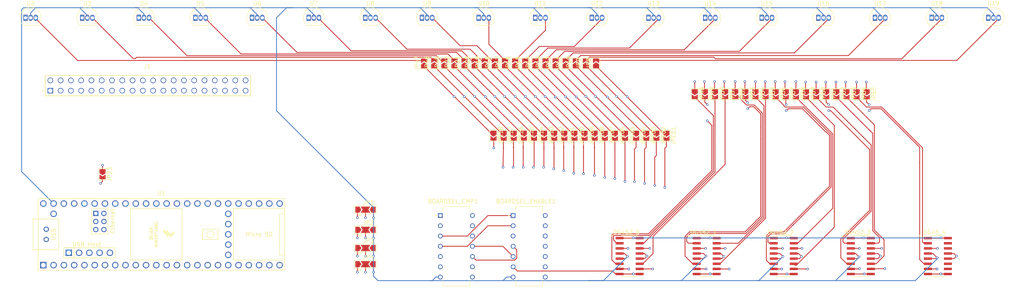
<source format=kicad_pcb>
(kicad_pcb (version 20240108) (generator "pcbnew") (generator_version "8.0")
  (layers (0 "F.Cu" power) (1 "In1.Cu" power "In1.Cu.+3v3") (2 "In2.Cu" signal) (31 "B.Cu" signal "B.Cu.Gnd") (34 "B.Paste" user) (35 "F.Paste" user) (36 "B.SilkS" user "B.Silkscreen") (37 "F.SilkS" user "F.Silkscreen") (38 "B.Mask" user) (39 "F.Mask" user) (44 "Edge.Cuts" user))
  (net 0 "")
  (net 1 "Net-(BOARDSEL_CMP1-2Y)")
  (net 2 "Net-(BOARDSEL_CMP1-3B)")
  (net 3 "Net-(BOARDSEL_CMP1-4A)")
  (net 4 "Net-(BOARDSEL_CMP1-2A)")
  (net 5 "Net-(BOARDSEL_CMP1-4B)")
  (net 6 "Net-(BOARDSEL_CMP1-1A)")
  (net 7 "Net-(BOARDSEL_CMP1-4Y)")
  (net 8 "Net-(BOARDSEL_CMP1-3Y)")
  (net 9 "Net-(BOARDSEL_CMP1-1Y)")
  (net 10 "Net-(BOARDSEL_CMP1-1B)")
  (net 11 "Net-(BOARDSEL_CMP1-2B)")
  (net 12 "GND")
  (net 13 "Net-(BOARDSEL_CMP1-VCC)")
  (net 14 "Net-(BOARDSEL_CMP1-3A)")
  (net 15 "Net-(BOARDSEL_ENABLE1-1Y)")
  (net 21 "Net-(DG45_4-S_4)")
  (net 22 "Net-(DG45_4-S_1)")
  (net 25 "Net-(DG45_4-D_4)")
  (net 26 "Net-(DG45_4-D_1)")
  (net 29 "Net-(DG452_0-D_1)")
  (net 30 "Net-(DG452_0-D_2)")
  (net 31 "Net-(DG452_0-D_3)")
  (net 32 "Net-(DG452_0-D_4)")
  (net 33 "Net-(DG452_0-S_3)")
  (net 34 "Net-(DG452_0-S_4)")
  (net 35 "Net-(DG452_0-S_1)")
  (net 36 "Net-(DG452_0-S_2)")
  (net 37 "Net-(DG452_1-D_1)")
  (net 38 "Net-(DG452_1-D_2)")
  (net 39 "Net-(DG452_1-S_3)")
  (net 40 "Net-(DG452_1-D_4)")
  (net 41 "Net-(DG452_1-S_1)")
  (net 42 "Net-(DG452_1-S_2)")
  (net 43 "Net-(DG452_1-S_4)")
  (net 44 "Net-(DG452_1-D_3)")
  (net 45 "Net-(DG452_2-S_4)")
  (net 46 "Net-(DG452_2-D_3)")
  (net 47 "Net-(DG452_2-S_3)")
  (net 48 "Net-(DG452_2-S_2)")
  (net 49 "Net-(DG452_2-D_4)")
  (net 50 "Net-(DG452_2-S_1)")
  (net 51 "Net-(DG452_2-D_1)")
  (net 52 "Net-(DG452_2-D_2)")
  (net 53 "Net-(DG452_3-D_2)")
  (net 54 "Net-(DG452_3-S_2)")
  (net 55 "Net-(DG452_3-D_1)")
  (net 56 "Net-(DG452_3-S_3)")
  (net 57 "Net-(DG452_3-S_4)")
  (net 58 "Net-(DG452_3-D_3)")
  (net 59 "Net-(DG452_3-D_4)")
  (net 60 "Net-(DG452_3-S_1)")
  (net 61 "Net-(JP13-A)")
  (net 62 "Net-(JP18-A)")
  (net 68 "Net-(JP19-A)")
  (net 69 "Net-(JP22-A)")
  (net 71 "Net-(JP17-A)")
  (net 73 "Net-(JP12-A)")
  (net 77 "Net-(JP15-A)")
  (net 78 "Net-(JP21-A)")
  (net 79 "Net-(JP20-A)")
  (net 81 "Net-(JP11-A)")
  (net 83 "Net-(JP14-A)")
  (net 85 "Net-(JP23-A)")
  (net 87 "Net-(JP16-A)")
  (net 88 "Net-(JP10-A)")
  (net 91 "Net-(JP65-A)")
  (net 92 "Net-(JP64-A)")
  (net 93 "Net-(JP10-B)")
  (net 94 "Net-(JP11-B)")
  (net 95 "Net-(JP12-B)")
  (net 96 "Net-(JP13-B)")
  (net 97 "Net-(JP14-B)")
  (net 98 "Net-(JP15-B)")
  (net 99 "Net-(JP16-B)")
  (net 100 "Net-(JP17-B)")
  (net 101 "Net-(JP18-B)")
  (net 102 "Net-(JP19-B)")
  (net 103 "Net-(JP20-B)")
  (net 104 "Net-(JP21-B)")
  (net 105 "Net-(JP22-B)")
  (net 106 "Net-(JP23-B)")
  (net 107 "Net-(JP45-B)")
  (net 108 "Net-(JP46-B)")
  (net 109 "Net-(JP47-B)")
  (net 151 "Net-(JP9-A)")
  (net 152 "Net-(JP46-A)")
  (net 153 "Net-(JP8-A)")
  (net 154 "Net-(JP47-A)")
  (net 155 "Net-(JP45-A)")
  (footprint "Package_TO_SOT_THT:TO-92_Inline" (layer "F.Cu") (at 212.96 20.5)
    (property "Reference" "U16")
    (property "Value" "DRV5055A1xLPGxQ1")
  )
  (footprint "Jumper:SolderJumper-2_P1.3mm_Open_TrianglePad1.0x1.5mm" (layer "F.Cu") (at 175.4 49.7 -90)
    (property "Reference" "JPE01")
    (property "Value" "SolderJumper_2_Open")
  )
  (footprint "mine:DIP794W45P254L1969H508Q14" (layer "F.Cu") (at 141.47 77.08)
    (property "Reference" "BOARDSEL_ENABLE1")
    (property "Value" "SN74HCT21N")
  )
  (footprint "Jumper:SolderJumper-2_P1.3mm_Open_TrianglePad1.0x1.5mm" (layer "F.Cu") (at 140.15 49.675 -90)
    (property "Reference" "JPE15")
    (property "Value" "SolderJumper_2_Open" (hide yes))
  )
  (footprint "mine:SOIC127P600X175-16N" (layer "F.Cu") (at 166.3 79.5)
    (property "Reference" "DG452_0")
    (property "Value" "~")
  )
  (footprint "Jumper:SolderJumper-2_P1.3mm_Open_TrianglePad1.0x1.5mm" (layer "F.Cu") (at 145.15 49.675 -90)
    (property "Reference" "JPE13")
    (property "Value" "SolderJumper_2_Open" (hide yes))
  )
  (footprint "Package_TO_SOT_THT:TO-92_Inline" (layer "F.Cu") (at 170.96 20.5)
    (property "Reference" "U13")
    (property "Value" "DRV5055A1xLPGxQ1")
  )
  (footprint "Jumper:SolderJumper-2_P1.3mm_Open_TrianglePad1.0x1.5mm" (layer "F.Cu") (at 128 31.8 90)
    (property "Reference" "JP20")
    (property "Value" "SolderJumper_2_Open" (hide yes))
  )
  (footprint "Jumper:SolderJumper-2_P1.3mm_Open_TrianglePad1.0x1.5mm" (layer "F.Cu") (at 192.4 39.4 -90)
    (property "Reference" "JP52")
    (property "Value" "SolderJumper_2_Open" (hide yes))
  )
  (footprint "Jumper:SolderJumper-2_P1.3mm_Open_TrianglePad1.0x1.5mm" (layer "F.Cu") (at 167.9 49.7 -90)
    (property "Reference" "JPE04")
    (property "Value" "SolderJumper_2_Open" (hide yes))
  )
  (footprint "Jumper:SolderJumper-2_P1.3mm_Open_TrianglePad1.0x1.5mm" (layer "F.Cu") (at 118 31.775 90)
    (property "Reference" "JP46")
    (property "Value" "SolderJumper_2_Open" (hide yes))
  )
  (footprint "Package_TO_SOT_THT:TO-92_Inline" (layer "F.Cu") (at 198.96 20.5)
    (property "Reference" "U15")
    (property "Value" "DRV5055A1xLPGxQ1")
  )
  (footprint "Package_TO_SOT_THT:TO-92_Inline" (layer "F.Cu") (at 114.96 20.5)
    (property "Reference" "U9")
    (property "Value" "DRV5055A1xLPGxQ1")
  )
  (footprint "Jumper:SolderJumper-2_P1.3mm_Open_TrianglePad1.0x1.5mm" (layer "F.Cu") (at 132.65 49.675 -90)
    (property "Reference" "JPE18")
    (property "Value" "SolderJumper_2_Open" (hide yes))
  )
  (footprint "Jumper:SolderJumper-2_P1.3mm_Open_TrianglePad1.0x1.5mm" (layer "F.Cu") (at 194.9 39.4 -90)
    (property "Reference" "JP53")
    (property "Value" "SolderJumper_2_Open" (hide yes))
  )
  (footprint "mine:SOIC127P600X175-16N" (layer "F.Cu") (at 204.4 79.5)
    (property "Reference" "DG452_2")
    (property "Value" "~")
  )
  (footprint "mine:SOIC127P600X175-16N" (layer "F.Cu") (at 223.45 79.5)
    (property "Reference" "DG452_3")
    (property "Value" "~")
  )
  (footprint "Package_TO_SOT_THT:TO-92_Inline" (layer "F.Cu") (at 254.96 20.5)
    (property "Reference" "U19")
    (property "Value" "DRV5055A1xLPGxQ1")
  )
  (footprint "Jumper:SolderJumper-3_P2.0mm_Open_TrianglePad1.0x1.5mm" (layer "F.Cu") (at 101 73)
    (property "Reference" "JP2")
    (property "Value" "Jumper_3_Open")
  )
  (footprint "Package_TO_SOT_THT:TO-92_Inline" (layer "F.Cu") (at 128.96 20.5)
    (property "Reference" "U10")
    (property "Value" "DRV5055A1xLPGxQ1")
  )
  (footprint "Jumper:SolderJumper-2_P1.3mm_Open_TrianglePad1.0x1.5mm" (layer "F.Cu") (at 138 31.8 90)
    (property "Reference" "JP16")
    (property "Value" "SolderJumper_2_Open" (hide yes))
  )
  (footprint "Jumper:SolderJumper-2_P1.3mm_Open_TrianglePad1.0x1.5mm" (layer "F.Cu") (at 115.5 31.8 90)
    (property "Reference" "JP47")
    (property "Value" "SolderJumper_2_Open" (hide yes))
  )
  (footprint "Jumper:SolderJumper-3_P2.0mm_Open_TrianglePad1.0x1.5mm" (layer "F.Cu") (at 101 81.5)
    (property "Reference" "JP4")
    (property "Value" "Jumper_3_Open")
  )
  (footprint "mine:SOIC127P600X175-16N" (layer "F.Cu") (at 242.5 79.5)
    (property "Reference" "DG45_4")
    (property "Value" "~")
  )
  (footprint "Jumper:SolderJumper-2_P1.3mm_Open_TrianglePad1.0x1.5mm" (layer "F.Cu") (at 145.5 31.775 90)
    (property "Reference" "JP13")
    (property "Value" "SolderJumper_2_Open" (hide yes))
  )
  (footprint "Jumper:SolderJumper-2_P1.3mm_Open_TrianglePad1.0x1.5mm" (layer "F.Cu") (at 162.65 49.7 -90)
    (property "Reference" "JPE06")
    (property "Value" "SolderJumper_2_Open" (hide yes))
  )
  (footprint "Package_TO_SOT_THT:TO-92_Inline" (layer "F.Cu") (at 86.96 20.5)
    (property "Reference" "U7")
    (property "Value" "DRV5055A1xLPGxQ1")
  )
  (footprint "Jumper:SolderJumper-2_P1.3mm_Open_TrianglePad1.0x1.5mm" (layer "F.Cu") (at 140.5 31.8 90)
    (property "Reference" "JP15")
    (property "Value" "SolderJumper_2_Open" (hide yes))
  )
  (footprint "Jumper:SolderJumper-2_P1.3mm_Open_TrianglePad1.0x1.5mm" (layer "F.Cu") (at 157.65 49.675 -90)
    (property "Reference" "JPE08")
    (property "Value" "SolderJumper_2_Open" (hide yes))
  )
  (footprint "Package_TO_SOT_THT:TO-92_Inline" (layer "F.Cu") (at 142.96 20.5)
    (property "Reference" "U11")
    (property "Value" "DRV5055A1xLPGxQ1")
  )
  (footprint "Jumper:SolderJumper-3_P2.0mm_Open_TrianglePad1.0x1.5mm" (layer "F.Cu") (at 101 68)
    (property "Reference" "JP1")
    (property "Value" "Jumper_3_Open")
  )
  (footprint "Jumper:SolderJumper-2_P1.3mm_Open_TrianglePad1.0x1.5mm" (layer "F.Cu") (at 147.65 49.7 -90)
    (property "Reference" "JPE12")
    (property "Value" "SolderJumper_2_Open" (hide yes))
  )
  (footprint "Jumper:SolderJumper-2_P1.3mm_Open_TrianglePad1.0x1.5mm" (layer "F.Cu") (at 120.5 31.775 90)
    (property "Reference" "JP45")
    (property "Value" "SolderJumper_2_Open" (hide yes))
  )
  (footprint "Package_TO_SOT_THT:TO-92_Inline" (layer "F.Cu") (at 100.96 20.5)
    (property "Reference" "U8")
    (property "Value" "DRV5055A1xLPGxQ1")
  )
  (footprint "Package_TO_SOT_THT:TO-92_Inline" (layer "F.Cu") (at 72.96 20.5)
    (property "Reference" "U6")
    (property "Value" "DRV5055A1xLPGxQ1")
  )
  (footprint "Jumper:SolderJumper-2_P1.3mm_Open_TrianglePad1.0x1.5mm" (layer "F.Cu") (at 184.9 39.4 -90)
    (property "Reference" "JP49")
    (property "Value" "SolderJumper_2_Open" (hide yes))
  )
  (footprint "Jumper:SolderJumper-2_P1.3mm_Open_TrianglePad1.0x1.5mm" (layer "F.Cu") (at 214.9 39.4 -90)
    (property "Reference" "JP61")
    (property "Value" "SolderJumper_2_Open" (hide yes))
  )
  (footprint "Jumper:SolderJumper-2_P1.3mm_Open_TrianglePad1.0x1.5mm" (layer "F.Cu") (at 209.9 39.425 -90)
    (property "Reference" "JP59")
    (property "Value" "SolderJumper_2_Open" (hide yes))
  )
  (footprint "Jumper:SolderJumper-2_P1.3mm_Open_TrianglePad1.0x1.5mm" (layer "F.Cu") (at 204.9 39.425 -90)
    (property "Reference" "JP57")
    (property "Value" "SolderJumper_2_Open" (hide yes))
  )
  (footprint "Jumper:SolderJumper-2_P1.3mm_Open_TrianglePad1.0x1.5mm" (layer "F.Cu") (at 212.4 39.4 -90)
    (property "Reference" "JP60")
    (property "Value" "SolderJumper_2_Open" (hide yes))
  )
  (footprint "Jumper:SolderJumper-2_P1.3mm_Open_TrianglePad1.0x1.5mm" (layer "F.Cu") (at 135.5 31.775 90)
    (property "Reference" "JP17")
    (property "Value" "SolderJumper_2_Open" (hide yes))
  )
  (footprint "Jumper:SolderJumper-2_P1.3mm_Open_TrianglePad1.0x1.5mm" (layer "F.Cu") (at 142.65 49.7 -90)
    (property "Reference" "JPE14")
    (property "Value" "SolderJumper_2_Open" (hide yes))
  )
  (footprint "Jumper:SolderJumper-2_P1.3mm_Open_TrianglePad1.0x1.5mm" (layer "F.Cu") (at 137.65 49.7 -90)
    (property "Reference" "JPE16")
    (property "Value" "SolderJumper_2_Open" (hide yes))
  )
  (footprint "Jumper:SolderJumper-2_P1.3mm_Open_TrianglePad1.0x1.5mm" (layer "F.Cu") (at 197.4 39.4 -90)
    (property "Reference" "JP54")
    (property "Value" "SolderJumper_2_Open" (hide yes))
  )
  (footprint "Jumper:SolderJumper-2_P1.3mm_Open_TrianglePad1.0x1.5mm" (layer "F.Cu") (at 125.5 31.775 90)
    (property "Reference" "JP21")
    (property "Value" "SolderJumper_2_Open" (hide yes))
  )
  (footprint "Package_TO_SOT_THT:TO-92_Inline" (layer "F.Cu") (at 226.96 20.5)
    (property "Reference" "U17")
    (property "Value" "DRV5055A1xLPGxQ1")
  )
  (footprint "Jumper:SolderJumper-2_P1.3mm_Open_TrianglePad1.0x1.5mm" (layer "F.Cu") (at 170.4 49.7 -90)
    (property "Reference" "JPE03")
    (property "Value" "SolderJumper_2_Open" (hide yes))
  )
  (footprint "Jumper:SolderJumper-2_P1.3mm_Open_TrianglePad1.0x1.5mm" (layer "F.Cu") (at 172.9 49.7 -90)
    (property "Reference" "JPE02")
    (property "Value" "SolderJumper_2_Open" (hide yes))
  )
  (footprint "Jumper:SolderJumper-2_P1.3mm_Open_TrianglePad1.0x1.5mm" (layer "F.Cu") (at 130.5 31.775 90)
    (property "Reference" "JP19")
    (property "Value" "SolderJumper_2_Open" (hide yes))
  )
  (footprint "Package_TO_SOT_THT:TO-92_Inline" (layer "F.Cu") (at 240.96 20.5)
    (property "Reference" "U18")
    (property "Value" "DRV5055A1xLPGxQ1")
  )
  (footprint "Jumper:SolderJumper-2_P1.3mm_Open_TrianglePad1.0x1.5mm" (layer "F.Cu") (at 155.15 49.7 -90)
    (property "Reference" "JPE09")
    (property "Value" "SolderJumper_2_Open" (hide yes))
  )
  (footprint "Jumper:SolderJumper-2_P1.3mm_Open_TrianglePad1.0x1.5mm" (layer "F.Cu") (at 222.4 39.425 -90)
    (property "Reference" "JP64")
    (property "Value" "SolderJumper_2_Open" (hide yes))
  )
  (footprint "Jumper:SolderJumper-2_P1.3mm_Open_TrianglePad1.0x1.5mm" (layer "F.Cu") (at 36 59.225 -90)
    (property "Reference" "JP23")
    (property "Value" "5v IN from control rail")
  )
  (footprint "Jumper:SolderJumper-2_P1.3mm_Open_TrianglePad1.0x1.5mm" (layer "F.Cu") (at 207.4 39.425 -90)
    (property "Reference" "JP58")
    (property "Value" "SolderJumper_2_Open" (hide yes))
  )
  (footprint "Package_TO_SOT_THT:TO-92_Inline" (layer "F.Cu") (at 156.96 20.5)
    (property "Reference" "U12")
    (property "Value" "DRV5055A1xLPGxQ1")
  )
  (footprint "Jumper:SolderJumper-2_P1.3mm_Open_TrianglePad1.0x1.5mm" (layer "F.Cu") (at 160.15 49.7 -90)
    (property "Reference" "JPE07")
    (property "Value" "SolderJumper_2_Open" (hide yes))
  )
  (footprint "Jumper:SolderJumper-2_P1.3mm_Open_TrianglePad1.0x1.5mm" (layer "F.Cu") (at 143 31.8 90)
    (property "Reference" "JP14")
    (property "Value" "SolderJumper_2_Open" (hide yes))
  )
  (footprint "Package_TO_SOT_THT:TO-92_Inline" (layer "F.Cu") (at 30.96 20.5)
    (property "Reference" "U3")
    (property "Value" "DRV5055A1xLPGxQ1")
  )
  (footprint "Jumper:SolderJumper-2_P1.3mm_Open_TrianglePad1.0x1.5mm" (layer "F.Cu") (at 150.5 31.775 90)
    (property "Reference" "JP11")
    (property "Value" "SolderJumper_2_Open" (hide yes))
  )
  (footprint "Jumper:SolderJumper-2_P1.3mm_Open_TrianglePad1.0x1.5mm" (layer "F.Cu") (at 165.15 49.7 -90)
    (property "Reference" "JPE05")
    (property "Value" "SolderJumper_2_Open" (hide yes))
  )
  (footprint "Package_TO_SOT_THT:TO-92_Inline" (layer "F.Cu") (at 58.96 20.5)
    (property "Reference" "U5")
    (property "Value" "DRV5055A1xLPGxQ1")
  )
  (footprint "Jumper:SolderJumper-2_P1.3mm_Open_TrianglePad1.0x1.5mm" (layer "F.Cu") (at 189.9 39.4 -90)
    (property "Reference" "JP51")
    (property "Value" "SolderJumper_2_Open" (hide yes))
  )
  (footprint "Jumper:SolderJumper-2_P1.3mm_Open_TrianglePad1.0x1.5mm" (layer "F.Cu") (at 150.15 49.7 -90)
    (property "Reference" "JPE11")
    (property "Value" "SolderJumper_2_Open" (hide yes))
  )
  (footprint "Jumper:SolderJumper-2_P1.3mm_Open_TrianglePad1.0x1.5mm" (layer "F.Cu") (at 155.5 31.8 90)
    (property "Reference" "JP9")
    (property "Value" "SolderJumper_2_Open" (hide yes))
  )
  (footprint "Jumper:SolderJumper-2_P1.3mm_Open_TrianglePad1.0x1.5mm" (layer "F.Cu") (at 187.4 39.4 -90)
    (property "Reference" "JP50")
    (property "Value" "SolderJumper_2_Open" (hide yes))
  )
  (footprint "Jumper:SolderJumper-2_P1.3mm_Open_TrianglePad1.0x1.5mm" (layer "F.Cu") (at 123 31.8 90)
    (property "Reference" "JP22")
    (property "Value" "SolderJumper_2_Open" (hide yes))
  )
  (footprint "Jumper:SolderJumper-3_P2.0mm_Open_TrianglePad1.0x1.5mm" (layer "F.Cu") (at 101 77.5)
    (property "Reference" "JP3")
    (property "Value" "Jumper_3_Open")
  )
  (footprint "Jumper:SolderJumper-2_P1.3mm_Open_TrianglePad1.0x1.5mm" (layer "F.Cu") (at 152.65 49.7 -90)
    (property "Reference" "JPE10")
    (property "Value" "SolderJumper_2_Open" (hide yes))
  )
  (footprint "Jumper:SolderJumper-2_P1.3mm_Open_TrianglePad1.0x1.5mm" (layer "F.Cu") (at 199.9 39.4 -90)
    (property "Reference" "JP55")
    (property "Value" "SolderJumper_2_Open" (hide yes))
  )
  (footprint "mine:SOIC127P600X175-16N" (layer "F.Cu") (at 185.345 79.5)
    (property "Reference" "DG452_1")
    (property "Value" "~")
  )
  (footprint "Jumper:SolderJumper-2_P1.3mm_Open_TrianglePad1.0x1.5mm" (layer "F.Cu") (at 224.9 39.425 -90)
    (property "Reference" "JP65")
    (property "Value" "SolderJumper_2_Open" (hide yes))
  )
  (footprint "Jumper:SolderJumper-2_P1.3mm_Open_TrianglePad1.0x1.5mm" (layer "F.Cu") (at 219.9 39.4 -90)
    (property "Reference" "JP63")
    (property "Value" "SolderJumper_2_Open" (hide yes))
  )
  (footprint "Jumper:SolderJumper-2_P1.3mm_Open_TrianglePad1.0x1.5mm" (layer "F.Cu") (at 133 31.8 90)
    (property "Reference" "JP18")
    (property "Value" "SolderJumper_2_Open" (hide yes))
  )
  (footprint "Package_TO_SOT_THT:TO-92_Inline" (layer "F.Cu") (at 16.96 20.5)
    (property "Reference" "U2")
    (property "Value" "DRV5055A1xLPGxQ1")
  )
  (footprint "Jumper:SolderJumper-2_P1.3mm_Open_TrianglePad1.0x1.5mm" (layer "F.Cu") (at 182.4 39.4 -90)
    (property "Reference" "JP48")
    (property "Value" "SolderJumper_2_Open")
  )
  (footprint "mine:SAMTEC_TSW-120-20-S-D-LL" (layer "F.Cu") (at 47.23 37.27)
    (property "Reference" "J1")
    (property "Value" "TSW-120-20-S-D-LL")
  )
  (footprint "teensy:Teensy41" (layer "F.Cu") (at 50.57 74.12)
    (property "Reference" "U1")
    (property "Value" "Teensy4.1")
  )
  (footprint "Jumper:SolderJumper-2_P1.3mm_Open_TrianglePad1.0x1.5mm" (layer "F.Cu") (at 158 31.775 90)
    (property "Reference" "JP8")
    (property "Value" "SolderJumper_2_Open")
  )
  (footprint "mine:DIP794W45P254L1969H508Q14" (layer "F.Cu") (at 123.47 77.08)
    (property "Reference" "BOARDSEL_CMP1")
    (property "Value" "SN74HCT266N")
  )
  (footprint "Jumper:SolderJumper-2_P1.3mm_Open_TrianglePad1.0x1.5mm" (layer "F.Cu") (at 153 31.775 90)
    (property "Reference" "JP10")
    (property "Value" "SolderJumper_2_Open" (hide yes))
  )
  (footprint "Package_TO_SOT_THT:TO-92_Inline" (layer "F.Cu") (at 184.96 20.5)
    (property "Reference" "U14")
    (property "Value" "DRV5055A1xLPGxQ1")
  )
  (footprint "Jumper:SolderJumper-2_P1.3mm_Open_TrianglePad1.0x1.5mm" (layer "F.Cu") (at 202.4 39.425 -90)
    (property "Reference" "JP56")
    (property "Value" "SolderJumper_2_Open" (hide yes))
  )
  (footprint "Jumper:SolderJumper-2_P1.3mm_Open_TrianglePad1.0x1.5mm" (layer "F.Cu") (at 148 31.775 90)
    (property "Reference" "JP12")
    (property "Value" "SolderJumper_2_Open" (hide yes))
  )
  (footprint "Jumper:SolderJumper-2_P1.3mm_Open_TrianglePad1.0x1.5mm" (layer "F.Cu") (at 217.4 39.4 -90)
    (property "Reference" "JP62")
    (property "Value" "SolderJumper_2_Open" (hide yes))
  )
  (footprint "Package_TO_SOT_THT:TO-92_Inline" (layer "F.Cu") (at 44.96 20.5)
    (property "Reference" "U4")
    (property "Value" "DRV5055A1xLPGxQ1")
  )
  (footprint "Jumper:SolderJumper-2_P1.3mm_Open_TrianglePad1.0x1.5mm" (layer "F.Cu") (at 135.15 49.7 -90)
    (property "Reference" "JPE17")
    (property "Value" "SolderJumper_2_Open" (hide yes))
  )
  (segment (start 119.5 77.08) (end 126.18842 77.08) (width 0.2) (layer "F.Cu") (net 1))
  (segment (start 126.18842 77.08) (end 131.26842 72) (width 0.2) (layer "F.Cu") (net 1))
  (segment (start 131.26842 72) (end 137.5 72) (width 0.2) (layer "F.Cu") (net 1))
  (segment (start 101 77.5) (end 101 79.5) (width 0.2) (layer "F.Cu") (net 2))
  (via (at 101 79.5) (size 0.6) (drill 0.3) (layers "F.Cu" "B.Cu") (net 2))
  (segment (start 101 81.5) (end 101 83.5) (width 0.2) (layer "F.Cu") (net 5))
  (via (at 101 83.5) (size 0.6) (drill 0.3) (layers "F.Cu" "B.Cu") (net 5))
  (segment (start 127.44 77.08) (end 134.96 77.08) (width 0.2) (layer "F.Cu") (net 7))
  (segment (start 134.96 77.08) (end 137.5 79.62) (width 0.2) (layer "F.Cu") (net 7))
  (segment (start 128.325 80.505) (end 137.86658 80.505) (width 0.2) (layer "F.Cu") (net 8))
  (segment (start 138.385 77.965) (end 137.5 77.08) (width 0.2) (layer "F.Cu") (net 8))
  (segment (start 137.86658 80.505) (end 138.385 79.98658) (width 0.2) (layer "F.Cu") (net 8))
  (segment (start 127.44 79.62) (end 128.325 80.505) (width 0.2) (layer "F.Cu") (net 8))
  (segment (start 138.385 79.98658) (end 138.385 77.965) (width 0.2) (layer "F.Cu") (net 8))
  (segment (start 131.26842 69.46) (end 137.5 69.46) (width 0.2) (layer "F.Cu") (net 9))
  (segment (start 119.5 74.54) (end 126.18842 74.54) (width 0.2) (layer "F.Cu") (net 9))
  (segment (start 126.18842 74.54) (end 131.26842 69.46) (width 0.2) (layer "F.Cu") (net 9))
  (segment (start 101 68) (end 101 70) (width 0.2) (layer "F.Cu") (net 10))
  (via (at 101 70) (size 0.6) (drill 0.3) (layers "F.Cu" "B.Cu") (net 10))
  (segment (start 101 73) (end 101 75) (width 0.2) (layer "F.Cu") (net 11))
  (via (at 101 75) (size 0.6) (drill 0.3) (layers "F.Cu" "B.Cu") (net 11))
  (segment (start 220.975 80.135) (end 222.565 80.135) (width 0.2) (layer "F.Cu") (net 12))
  (segment (start 163.825 78.865) (end 165.065 78.865) (width 0.2) (layer "F.Cu") (net 12))
  (segment (start 220.975 78.865) (end 222.165 78.865) (width 0.2) (layer "F.Cu") (net 12))
  (segment (start 163.825 80.135) (end 165.265 80.135) (width 0.2) (layer "F.Cu") (net 12))
  (segment (start 242.065 80.135) (end 242.3 79.9) (width 0.2) (layer "F.Cu") (net 12))
  (segment (start 203.465 78.865) (end 204.2 79.6) (width 0.2) (layer "F.Cu") (net 12))
  (segment (start 203.665 80.135) (end 204.2 79.6) (width 0.2) (layer "F.Cu") (net 12))
  (segment (start 103 81.5) (end 103 83.5) (width 0.2) (layer "F.Cu") (net 12))
  (segment (start 103 73) (end 103 75) (width 0.2) (layer "F.Cu") (net 12))
  (segment (start 165.065 78.865) (end 165.8 79.6) (width 0.2) (layer "F.Cu") (net 12))
  (segment (start 182.87 78.865) (end 184.565 78.865) (width 0.2) (layer "F.Cu") (net 12))
  (segment (start 184.565 78.865) (end 185.2 79.5) (width 0.2) (layer "F.Cu") (net 12))
  (segment (start 240.025 80.135) (end 242.065 80.135) (width 0.2) (layer "F.Cu") (net 12))
  (segment (start 201.925 80.135) (end 203.665 80.135) (width 0.2) (layer "F.Cu") (net 12))
  (segment (start 241.265 78.865) (end 242.3 79.9) (width 0.2) (layer "F.Cu") (net 12))
  (segment (start 184.565 80.135) (end 185.2 79.5) (width 0.2) (layer "F.Cu") (net 12))
  (segment (start 182.87 80.135) (end 184.565 80.135) (width 0.2) (layer "F.Cu") (net 12))
  (segment (start 222.565 80.135) (end 223 79.7) (width 0.2) (layer "F.Cu") (net 12))
  (segment (start 165.265 80.135) (end 165.8 79.6) (width 0.2) (layer "F.Cu") (net 12))
  (segment (start 103 77.5) (end 103 79.5) (width 0.2) (layer "F.Cu") (net 12))
  (segment (start 240.025 78.865) (end 241.265 78.865) (width 0.2) (layer "F.Cu") (net 12))
  (segment (start 103 68) (end 103 70) (width 0.2) (layer "F.Cu") (net 12))
  (segment (start 222.165 78.865) (end 223 79.7) (width 0.2) (layer "F.Cu") (net 12))
  (segment (start 201.925 78.865) (end 203.465 78.865) (width 0.2) (layer "F.Cu") (net 12))
  (via (at 223 79.7) (size 0.6) (drill 0.3) (layers "F.Cu" "B.Cu") (net 12))
  (via (at 103 70) (size 0.6) (drill 0.3) (layers "F.Cu" "B.Cu") (net 12))
  (via (at 185.2 79.5) (size 0.6) (drill 0.3) (layers "F.Cu" "B.Cu") (net 12))
  (via (at 242.3 79.9) (size 0.6) (drill 0.3) (layers "F.Cu" "B.Cu") (net 12))
  (via (at 103 79.5) (size 0.6) (drill 0.3) (layers "F.Cu" "B.Cu") (net 12))
  (via (at 103 75) (size 0.6) (drill 0.3) (layers "F.Cu" "B.Cu") (net 12))
  (via (at 103 83.5) (size 0.6) (drill 0.3) (layers "F.Cu" "B.Cu") (net 12))
  (via (at 165.8 79.6) (size 0.6) (drill 0.3) (layers "F.Cu" "B.Cu") (net 12))
  (via (at 204.2 79.6) (size 0.6) (drill 0.3) (layers "F.Cu" "B.Cu") (net 12))
  (segment (start 236.915 85.585) (end 242.3 80.2) (width 0.2) (layer "B.Cu") (net 12))
  (segment (start 46.23 20.5) (end 46.23 19.55) (width 0.2) (layer "B.Cu") (net 12))
  (segment (start 223 79.7) (end 223.1 79.7) (width 0.2) (layer "B.Cu") (net 12))
  (segment (start 186.23 20.5) (end 186.23 19.55) (width 0.2) (layer "B.Cu") (net 12))
  (segment (start 74.23 19.73) (end 72.5 18) (width 0.2) (layer "B.Cu") (net 12))
  (segment (start 179 85.585) (end 179.115 85.585) (width 0.2) (layer "B.Cu") (net 12))
  (segment (start 179.115 85.585) (end 185.2 79.5) (width 0.2) (layer "B.Cu") (net 12))
  (segment (start 144.23 20.5) (end 144.23 19.73) (width 0.2) (layer "B.Cu") (net 12))
  (segment (start 88.23 20.5) (end 88.23 19.73) (width 0.2) (layer "B.Cu") (net 12))
  (segment (start 242.3 80.2) (end 242.3 79.9) (width 0.2) (layer "B.Cu") (net 12))
  (segment (start 186.23 19.55) (end 184.68 18) (width 0.2) (layer "B.Cu") (net 12))
  (segment (start 256.23 19.55) (end 256.23 20.5) (width 0.2) (layer "B.Cu") (net 12))
  (segment (start 81.5 18) (end 79 20.5) (width 0.2) (layer "B.Cu") (net 12))
  (segment (start 240.5 18) (end 254.68 18) (width 0.2) (layer "B.Cu") (net 12))
  (segment (start 102.23 19.73) (end 100.5 18) (width 0.2) (layer "B.Cu") (net 12))
  (segment (start 223.1 79.7) (end 223.05 79.75) (width 0.2) (layer "B.Cu") (net 12))
  (segment (start 58.68 18) (end 58.5 18) (width 0.2) (layer "B.Cu") (net 12))
  (segment (start 212.5 18) (end 226.5 18) (width 0.2) (layer "B.Cu") (net 12))
  (segment (start 19.5 18) (end 18.23 19.27) (width 0.2) (layer "B.Cu") (net 12))
  (segment (start 184.68 18) (end 184 18) (width 0.2) (layer "B.Cu") (net 12))
  (segment (start 117 85.585) (end 117.5 85.585) (width 0.2) (layer "B.Cu") (net 12))
  (segment (start 242.23 20.5) (end 242.23 19.73) (width 0.2) (layer "B.Cu") (net 12))
  (segment (start 254.68 18) (end 256.23 19.55) (width 0.2) (layer "B.Cu") (net 12))
  (segment (start 32.23 19.895) (end 30.5 18.165) (width 0.2) (layer "B.Cu") (net 12))
  (segment (start 228.23 19.73) (end 226.5 18) (width 0.2) (layer "B.Cu") (net 12))
  (segment (start 214.23 20.5) (end 214.23 19.73) (width 0.2) (layer "B.Cu") (net 12))
  (segment (start 60.23 20.5) (end 60.23 19.55) (width 0.2) (layer "B.Cu") (net 12))
  (segment (start 158.23 19.55) (end 156.68 18) (width 0.2) (layer "B.Cu") (net 12))
  (segment (start 223 79.8) (end 223 79.7) (width 0.2) (layer "B.Cu") (net 12))
  (segment (start 217.4 85.585) (end 217.4 85.4) (width 0.2) (layer "B.Cu") (net 12))
  (segment (start 142.5 18) (end 156 18) (width 0.2) (layer "B.Cu") (net 12))
  (segment (start 79 20.5) (end 79 43.5) (width 0.2) (layer "B.Cu") (net 12))
  (segment (start 130.23 20.5) (end 130.23 19.55) (width 0.2) (layer "B.Cu") (net 12))
  (segment (start 60.23 19.55) (end 58.68 18) (width 0.2) (layer "B.Cu") (net 12))
  (segment (start 58.5 18) (end 72.5 18) (width 0.2) (layer "B.Cu") (net 12))
  (segment (start 217.4 85.4) (end 223 79.8) (width 0.2) (layer "B.Cu") (net 12))
  (segment (start 19.5 18) (end 30.5 18) (width 0.2) (layer "B.Cu") (net 12))
  (segment (start 46.23 19.55) (end 44.68 18) (width 0.2) (layer "B.Cu") (net 12))
  (segment (start 217.4 85.585) (end 236.915 85.585) (width 0.2) (layer "B.Cu") (net 12))
  (segment (start 228.23 20.5) (end 228.23 19.73) (width 0.2) (layer "B.Cu") (net 12))
  (segment (start 135 85.585) (end 156.1 85.585) (width 0.2) (layer "B.Cu") (net 12))
  (segment (start 156.1 85.585) (end 179 85.585) (width 0.2) (layer "B.Cu") (net 12))
  (segment (start 179 85.585) (end 197.7 85.585) (width 0.2) (layer "B.Cu") (net 12))
  (segment (start 83 18) (end 81.5 18) (width 0.2) (layer "B.Cu") (net 12))
  (segment (start 44.68 18) (end 44 18) (width 0.2) (layer "B.Cu") (net 12))
  (segment (start 184 18) (end 198 18) (width 0.2) (layer "B.Cu") (net 12))
  (segment (start 30.5 18.165) (end 30.5 18) (width 0.2) (layer "B.Cu") (net 12))
  (segment (start 16 58.6) (end 16 18.5) (width 0.2) (layer "B.Cu") (net 12))
  (segment (start 158.23 20.5) (end 158.23 19.55) (width 0.2) (layer "B.Cu") (net 12))
  (segment (start 23.9 66.5) (end 16 58.6) (width 0.2) (layer "B.Cu") (net 12))
  (segment (start 172.23 19.73) (end 170.5 18) (width 0.2) (layer "B.Cu") (net 12))
  (segment (start 30.5 18) (end 44 18) (width 0.2) (layer "B.Cu") (net 12))
  (segment (start 114.5 18) (end 128 18) (width 0.2) (layer "B.Cu") (net 12))
  (segment (start 100.5 18) (end 114.5 18) (width 0.2) (layer "B.Cu") (net 12))
  (segment (start 198.68 18) (end 198 18) (width 0.2) (layer "B.Cu") (net 12))
  (segment (start 156.68 18) (end 156 18) (width 0.2) (layer "B.Cu") (net 12))
  (segment (start 88.23 19.73) (end 86.5 18) (width 0.2) (layer "B.Cu") (net 12))
  (segment (start 102.23 20.5) (end 102.23 19.73) (width 0.2) (layer "B.Cu") (net 12))
  (segment (start 86.5 18) (end 100.5 18) (width 0.2) (layer "B.Cu") (net 12))
  (segment (start 135.885 84.7) (end 137.5 84.7) (width 0.2) (layer "B.Cu") (net 12))
  (segment (start 116.23 20.5) (end 116.23 19.73) (width 0.2) (layer "B.Cu") (net 12))
  (segment (start 214.23 19.73) (end 212.5 18) (width 0.2) (layer "B.Cu") (net 12))
  (segment (start 172.23 20.5) (end 172.23 19.73) (width 0.2) (layer "B.Cu") (net 12))
  (segment (start 156 18) (end 170.5 18) (width 0.2) (layer "B.Cu") (net 12))
  (segment (start 130.23 19.55) (end 128.68 18) (width 0.2) (layer "B.Cu") (net 12))
  (segment (start 16.5 18) (end 19.5 18) (width 0.2) (layer "B.Cu") (net 12))
  (segment (start 242.23 19.73) (end 240.5 18) (width 0.2) (layer "B.Cu") (net 12))
  (segment (start 200.23 20.5) (end 200.23 19.55) (width 0.2) (layer "B.Cu") (net 12))
  (segment (start 117 85.585) (end 135 85.585) (width 0.2) (layer "B.Cu") (net 12))
  (segment (start 116.23 19.73) (end 114.5 18) (width 0.2) (layer "B.Cu") (net 12))
  (segment (start 44 18) (end 58.5 18) (width 0.2) (layer "B.Cu") (net 12))
  (segment (start 242.6 79.9) (end 242.5 80) (width 0.2) (layer "B.Cu") (net 12))
  (segment (start 104.085 85.585) (end 117 85.585) (width 0.2) (layer "B.Cu") (net 12))
  (segment (start 197.7 85.585) (end 198.215 85.585) (width 0.2) (layer "B.Cu") (net 12))
  (segment (start 103 67.5) (end 103 84.5) (width 0.2) (layer "B.Cu") (net 12))
  (segment (start 74.23 20.5) (end 74.23 19.73) (width 0.2) (layer "B.Cu") (net 12))
  (segment (start 226.5 18) (end 240.5 18) (width 0.2) (layer "B.Cu") (net 12))
  (segment (start 197.7 85.585) (end 217.4 85.585) (width 0.2) (layer "B.Cu") (net 12))
  (segment (start 128.68 18) (end 128 18) (width 0.2) (layer "B.Cu") (net 12))
  (segment (start 242.3 79.9) (end 242.6 79.9) (width 0.2) (layer "B.Cu") (net 12))
  (segment (start 170.5 18) (end 184 18) (width 0.2) (layer "B.Cu") (net 12))
  (segment (start 128 18) (end 142.5 18) (width 0.2) (layer "B.Cu") (net 12))
  (segment (start 144.23 19.73) (end 142.5 18) (width 0.2) (layer "B.Cu") (net 12))
  (segment (start 18.23 19.27) (end 18.23 20.5) (width 0.2) (layer "B.Cu") (net 12))
  (segment (start 198 18) (end 212.5 18) (width 0.2) (layer "B.Cu") (net 12))
  (segment (start 16 18.5) (end 16.5 18) (width 0.2) (layer "B.Cu") (net 12))
  (segment (start 135 85.585) (end 135.885 84.7) (width 0.2) (layer "B.Cu") (net 12))
  (segment (start 159.815 85.585) (end 165.8 79.6) (width 0.2) (layer "B.Cu") (net 12))
  (segment (start 198.215 85.585) (end 204.2 79.6) (width 0.2) (layer "B.Cu") (net 12))
  (segment (start 32.23 20.5) (end 32.23 19.895) (width 0.2) (layer "B.Cu") (net 12))
  (segment (start 83 18) (end 86.5 18) (width 0.2) (layer "B.Cu") (net 12))
  (segment (start 117.5 85.585) (end 118.385 84.7) (width 0.2) (layer "B.Cu") (net 12))
  (segment (start 118.385 84.7) (end 119.5 84.7) (width 0.2) (layer "B.Cu") (net 12))
  (segment (start 72.5 18) (end 83 18) (width 0.2) (layer "B.Cu") (net 12))
  (segment (start 156.1 85.585) (end 159.815 85.585) (width 0.2) (layer "B.Cu") (net 12))
  (segment (start 103 84.5) (end 104.085 85.585) (width 0.2) (layer "B.Cu") (net 12))
  (segment (start 200.23 19.55) (end 198.68 18) (width 0.2) (layer "B.Cu") (net 12))
  (segment (start 79 43.5) (end 103 67.5) (width 0.2) (layer "B.Cu") (net 12))
  (segment (start 189.065 80.135) (end 189.6 79.6) (width 0.2) (layer "F.Cu") (net 13))
  (segment (start 99 77.5) (end 99 79.5) (width 0.2) (layer "F.Cu") (net 13))
  (segment (start 225.925 80.135) (end 227.665 80.135) (width 0.2) (layer "F.Cu") (net 13))
  (segment (start 169.965 80.135) (end 170.6 79.5) (width 0.2) (layer "F.Cu") (net 13))
  (segment (start 168.775 80.135) (end 169.965 80.135) (width 0.2) (layer "F.Cu") (net 13))
  (segment (start 225.925 78.865) (end 227.665 78.865) (width 0.2) (layer "F.Cu") (net 13))
  (segment (start 99 73) (end 99 75) (width 0.2) (layer "F.Cu") (net 13))
  (segment (start 208.265 80.135) (end 208.8 79.6) (width 0.2) (layer "F.Cu") (net 13))
  (segment (start 99 68) (end 99 70) (width 0.2) (layer "F.Cu") (net 13))
  (segment (start 188.865 78.865) (end 189.6 79.6) (width 0.2) (layer "F.Cu") (net 13))
  (segment (start 246.465 80.135) (end 247.1 79.5) (width 0.2) (layer "F.Cu") (net 13))
  (segment (start 99 81.5) (end 99 83.5) (width 0.2) (layer "F.Cu") (net 13))
  (segment (start 206.875 80.135) (end 208.265 80.135) (width 0.2) (layer "F.Cu") (net 13))
  (segment (start 227.665 80.135) (end 228.3 79.5) (width 0.2) (layer "F.Cu") (net 13))
  (segment (start 246.465 78.865) (end 247.1 79.5) (width 0.2) (layer "F.Cu") (net 13))
  (segment (start 168.775 78.865) (end 169.965 78.865) (width 0.2) (layer "F.Cu") (net 13))
  (segment (start 169.965 78.865) (end 170.6 79.5) (width 0.2) (layer "F.Cu") (net 13))
  (segment (start 187.82 80.135) (end 189.065 80.135) (width 0.2) (layer "F.Cu") (net 13))
  (segment (start 244.975 78.865) (end 246.465 78.865) (width 0.2) (layer "F.Cu") (net 13))
  (segment (start 227.665 78.865) (end 228.3 79.5) (width 0.2) (layer "F.Cu") (net 13))
  (segment (start 244.975 80.135) (end 246.465 80.135) (width 0.2) (layer "F.Cu") (net 13))
  (segment (start 208.065 78.865) (end 208.8 79.6) (width 0.2) (layer "F.Cu") (net 13))
  (segment (start 187.82 78.865) (end 188.865 78.865) (width 0.2) (layer "F.Cu") (net 13))
  (segment (start 206.875 78.865) (end 208.065 78.865) (width 0.2) (layer "F.Cu") (net 13))
  (via (at 189.6 79.6) (size 0.6) (drill 0.3) (layers "F.Cu" "B.Cu") (net 13))
  (via (at 99 75) (size 0.6) (drill 0.3) (layers "F.Cu" "B.Cu") (net 13))
  (via (at 99 70) (size 0.6) (drill 0.3) (layers "F.Cu" "B.Cu") (net 13))
  (via (at 99 79.5) (size 0.6) (drill 0.3) (layers "F.Cu" "B.Cu") (net 13))
  (via (at 208.8 79.6) (size 0.6) (drill 0.3) (layers "F.Cu" "B.Cu") (net 13))
  (via (at 247.1 79.5) (size 0.6) (drill 0.3) (layers "F.Cu" "B.Cu") (net 13))
  (via (at 170.6 79.5) (size 0.6) (drill 0.3) (layers "F.Cu" "B.Cu") (net 13))
  (via (at 228.3 79.5) (size 0.6) (drill 0.3) (layers "F.Cu" "B.Cu") (net 13))
  (via (at 99 83.5) (size 0.6) (drill 0.3) (layers "F.Cu" "B.Cu") (net 13))
  (segment (start 138.54 83.2) (end 137.5 82.16) (width 0.2) (layer "F.Cu") (net 15))
  (segment (start 205.245 83.945) (end 206.875 83.945) (width 0.2) (layer "F.Cu") (net 15))
  (segment (start 243.245 83.945) (end 243.2 83.9) (width 0.2) (layer "F.Cu") (net 15))
  (segment (start 224.145 75.055) (end 224.2 75) (width 0.2) (layer "F.Cu") (net 15))
  (segment (start 224.255 75.055) (end 225.925 75.055) (width 0.2) (layer "F.Cu") (net 15))
  (segment (start 224.3 83.9) (end 224.345 83.945) (width 0.2) (layer "F.Cu") (net 15))
  (segment (start 182.87 75.055) (end 186.145 75.055) (width 0.2) (layer "F.Cu") (net 15))
  (segment (start 201.925 83.945) (end 205.155 83.945) (width 0.2) (layer "F.Cu") (net 15))
  (segment (start 186.255 75.055) (end 187.82 75.055) (width 0.2) (layer "F.Cu") (net 15))
  (segment (start 186.2 83.9) (end 186.245 83.945) (width 0.2) (layer "F.Cu") (net 15))
  (segment (start 167.155 83.945) (end 167.2 83.9) (width 0.2) (layer "F.Cu") (net 15))
  (segment (start 186.155 83.945) (end 186.2 83.9) (width 0.2) (layer "F.Cu") (net 15))
  (segment (start 220.975 83.945) (end 224.255 83.945) (width 0.2) (layer "F.Cu") (net 15))
  (segment (start 162.095 83.2) (end 138.54 83.2) (width 0.2) (layer "F.Cu") (net 15))
  (segment (start 167.245 83.945) (end 168.775 83.945) (width 0.2) (layer "F.Cu") (net 15))
  (segment (start 243.245 75.055) (end 243.3 75) (width 0.2) (layer "F.Cu") (net 15))
  (segment (start 186.145 75.055) (end 186.2 75) (width 0.2) (layer "F.Cu") (net 15))
  (segment (start 163.825 83.945) (end 162.84 83.945) (width 0.2) (layer "F.Cu") (net 15))
  (segment (start 240.025 75.055) (end 243.245 75.055) (width 0.2) (layer "F.Cu") (net 15))
  (segment (start 243.155 83.945) (end 240.025 83.945) (width 0.2) (layer "F.Cu") (net 15))
  (segment (start 205.045 75.055) (end 205.1 75) (width 0.2) (layer "F.Cu") (net 15))
  (segment (start 205.155 83.945) (end 205.2 83.9) (width 0.2) (layer "F.Cu") (net 15))
  (segment (start 224.345 83.945) (end 225.925 83.945) (width 0.2) (layer "F.Cu") (net 15))
  (segment (start 205.155 75.055) (end 206.875 75.055) (width 0.2) (layer "F.Cu") (net 15))
  (segment (start 244.975 83.945) (end 243.245 83.945) (width 0.2) (layer "F.Cu") (net 15))
  (segment (start 167.2 83.9) (end 167.245 83.945) (width 0.2) (layer "F.Cu") (net 15))
  (segment (start 162.84 83.945) (end 162.095 83.2) (width 0.2) (layer "F.Cu") (net 15))
  (segment (start 167.255 75.055) (end 168.775 75.055) (width 0.2) (layer "F.Cu") (net 15))
  (segment (start 163.825 75.055) (end 167.145 75.055) (width 0.2) (layer "F.Cu") (net 15))
  (segment (start 220.975 75.055) (end 224.145 75.055) (width 0.2) (layer "F.Cu") (net 15))
  (segment (start 182.87 83.945) (end 186.155 83.945) (width 0.2) (layer "F.Cu") (net 15))
  (segment (start 186.2 75) (end 186.255 75.055) (width 0.2) (layer "F.Cu") (net 15))
  (segment (start 243.355 75.055) (end 244.975 75.055) (width 0.2) (layer "F.Cu") (net 15))
  (segment (start 243.3 75) (end 243.355 75.055) (width 0.2) (layer "F.Cu") (net 15))
  (segment (start 163.825 83.945) (end 167.155 83.945) (width 0.2) (layer "F.Cu") (net 15))
  (segment (start 201.925 75.055) (end 205.045 75.055) (width 0.2) (layer "F.Cu") (net 15))
  (segment (start 205.2 83.9) (end 205.245 83.945) (width 0.2) (layer "F.Cu") (net 15))
  (segment (start 224.255 83.945) (end 224.3 83.9) (width 0.2) (layer "F.Cu") (net 15))
  (segment (start 167.2 75) (end 167.255 75.055) (width 0.2) (layer "F.Cu") (net 15))
  (segment (start 224.2 75) (end 224.255 75.055) (width 0.2) (layer "F.Cu") (net 15))
  (segment (start 243.2 83.9) (end 243.155 83.945) (width 0.2) (layer "F.Cu") (net 15))
  (segment (start 205.1 75) (end 205.155 75.055) (width 0.2) (layer "F.Cu") (net 15))
  (segment (start 167.145 75.055) (end 167.2 75) (width 0.2) (layer "F.Cu") (net 15))
  (segment (start 186.245 83.945) (end 187.82 83.945) (width 0.2) (layer "F.Cu") (net 15))
  (via (at 243.2 83.9) (size 0.6) (drill 0.3) (layers "F.Cu" "B.Cu") (net 15))
  (via (at 224.2 75) (size 0.6) (drill 0.3) (layers "F.Cu" "B.Cu") (net 15))
  (via (at 186.2 75) (size 0.6) (drill 0.3) (layers "F.Cu" "B.Cu") (net 15))
  (via (at 167.2 75) (size 0.6) (drill 0.3) (layers "F.Cu" "B.Cu") (net 15))
  (via (at 167.2 83.9) (size 0.6) (drill 0.3) (layers "F.Cu" "B.Cu") (net 15))
  (via (at 205.1 75) (size 0.6) (drill 0.3) (layers "F.Cu" "B.Cu") (net 15))
  (via (at 205.2 83.9) (size 0.6) (drill 0.3) (layers "F.Cu" "B.Cu") (net 15))
  (via (at 224.3 83.9) (size 0.6) (drill 0.3) (layers "F.Cu" "B.Cu") (net 15))
  (via (at 186.2 83.9) (size 0.6) (drill 0.3) (layers "F.Cu" "B.Cu") (net 15))
  (via (at 243.3 75) (size 0.6) (drill 0.3) (layers "F.Cu" "B.Cu") (net 15))
  (segment (start 167.2 75) (end 243.3 75) (width 0.2) (layer "B.Cu") (net 15))
  (segment (start 226 43) (end 225.5 43.5) (width 0.2) (layer "F.Cu") (net 21))
  (segment (start 238 52.565686) (end 228.717157 43.282843) (width 0.2) (layer "F.Cu") (net 21))
  (segment (start 238 80.365) (end 238 72.5) (width 0.2) (layer "F.Cu") (net 21))
  (segment (start 238 72.5) (end 238 56.5) (width 0.2) (layer "F.Cu") (net 21))
  (segment (start 239.04 81.405) (end 238 80.365) (width 0.2) (layer "F.Cu") (net 21))
  (segment (start 238 56.5) (end 238 52.565686) (width 0.2) (layer "F.Cu") (net 21))
  (segment (start 240.025 81.405) (end 239.04 81.405) (width 0.2) (layer "F.Cu") (net 21))
  (segment (start 224.9 40.15) (end 224.9 41.4) (width 0.2) (layer "F.Cu") (net 21))
  (segment (start 238 56.5) (end 238 56.315686) (width 0.2) (layer "F.Cu") (net 21))
  (segment (start 225 41.5) (end 225.5 42) (width 0.2) (layer "F.Cu") (net 21))
  (segment (start 228.717157 43.282843) (end 228.434314 43) (width 0.2) (layer "F.Cu") (net 21))
  (segment (start 224.9 41.4) (end 225 41.5) (width 0.2) (layer "F.Cu") (net 21))
  (segment (start 228.434314 43) (end 226 43) (width 0.2) (layer "F.Cu") (net 21))
  (via (at 225.5 42) (size 0.6) (drill 0.3) (layers "F.Cu" "B.Cu") (net 21))
  (via (at 225.5 43.5) (size 0.6) (drill 0.3) (layers "F.Cu" "B.Cu") (net 21))
  (segment (start 135.1 52.7) (end 135.1 52.5) (width 0.2) (layer "F.Cu") (net 22))
  (segment (start 135 57.5) (end 135.1 57.4) (width 0.2) (layer "F.Cu") (net 22))
  (segment (start 242.395 77.595) (end 242.4 77.6) (width 0.2) (layer "F.Cu") (net 22))
  (segment (start 240.025 77.595) (end 242.395 77.595) (width 0.2) (layer "F.Cu") (net 22))
  (segment (start 135.1 52.5) (end 135 57.5) (width 0.2) (layer "F.Cu") (net 22))
  (segment (start 135.1 52.5) (end 135.1 50.4) (width 0.2) (layer "F.Cu") (net 22))
  (via (at 242.4 77.6) (size 0.6) (drill 0.3) (layers "F.Cu" "B.Cu") (net 22))
  (via (at 135 57.5) (size 0.6) (drill 0.3) (layers "F.Cu" "B.Cu") (net 22))
  (segment (start 242.275 82.675) (end 242.3 82.7) (width 0.2) (layer "F.Cu") (net 25))
  (segment (start 132.7 52.7) (end 132.7 50.3875) (width 0.2) (layer "F.Cu") (net 25))
  (segment (start 240.025 82.675) (end 242.275 82.675) (width 0.2) (layer "F.Cu") (net 25))
  (segment (start 132.7 52.7625) (end 132.7 52.7) (width 0.2) (layer "F.Cu") (net 25))
  (via (at 132.7 52.7) (size 0.6) (drill 0.3) (layers "F.Cu" "B.Cu") (net 25))
  (via (at 242.3 82.7) (size 0.6) (drill 0.3) (layers "F.Cu" "B.Cu") (net 25))
  (segment (start 224.85 42.6) (end 228.6 42.6) (width 0.2) (layer "F.Cu") (net 26))
  (segment (start 238.7 75.985) (end 239.04 76.325) (width 0.2) (layer "F.Cu") (net 26))
  (segment (start 222.4 40.15) (end 224.85 42.6) (width 0.2) (layer "F.Cu") (net 26))
  (segment (start 238.7 52.7) (end 238.7 75.985) (width 0.2) (layer "F.Cu") (net 26))
  (segment (start 228.6 42.6) (end 238.7 52.7) (width 0.2) (layer "F.Cu") (net 26))
  (segment (start 239.04 76.325) (end 240.025 76.325) (width 0.2) (layer "F.Cu") (net 26))
  (segment (start 162.4 74.4) (end 162.3 74.5) (width 0.2) (layer "F.Cu") (net 29))
  (segment (start 171.119314 74.4) (end 162.4 74.4) (width 0.2) (layer "F.Cu") (net 29))
  (segment (start 187 58.519314) (end 171.119314 74.4) (width 0.2) (layer "F.Cu") (net 29))
  (segment (start 162.3 75.5) (end 163.125 76.325) (width 0.2) (layer "F.Cu") (net 29))
  (segment (start 163.125 76.325) (end 163.825 76.325) (width 0.2) (layer "F.Cu") (net 29))
  (segment (start 162.3 74.5) (end 162.3 75.5) (width 0.2) (layer "F.Cu") (net 29))
  (segment (start 182.4 40.125) (end 187 44.725) (width 0.2) (layer "F.Cu") (net 29))
  (segment (start 187 44.725) (end 187 58.519314) (width 0.2) (layer "F.Cu") (net 29))
  (segment (start 187.4 58.685) (end 169.76 76.325) (width 0.2) (layer "F.Cu") (net 30))
  (segment (start 187.4 40.125) (end 187.4 58.685) (width 0.2) (layer "F.Cu") (net 30))
  (segment (start 169.76 76.325) (end 168.775 76.325) (width 0.2) (layer "F.Cu") (net 30))
  (segment (start 172 82.7) (end 172.025 82.675) (width 0.2) (layer "F.Cu") (net 31))
  (segment (start 168.775 82.675) (end 171.975 82.675) (width 0.2) (layer "F.Cu") (net 31))
  (segment (start 171.975 82.675) (end 172 82.7) (width 0.2) (layer "F.Cu") (net 31))
  (segment (start 167.5 61.1) (end 167.5 53) (width 0.2) (layer "F.Cu") (net 31))
  (segment (start 167.9 52.6) (end 167.9 50.425) (width 0.2) (layer "F.Cu") (net 31))
  (segment (start 172.025 82.675) (end 172.075 82.675) (width 0.2) (layer "F.Cu") (net 31))
  (segment (start 167.5 53) (end 167.9 52.6) (width 0.2) (layer "F.Cu") (net 31))
  (segment (start 172.075 82.675) (end 172.1 82.7) (width 0.2) (layer "F.Cu") (net 31))
  (via (at 172 82.7) (size 0.6) (drill 0.3) (layers "F.Cu" "B.Cu") (net 31))
  (via (at 167.5 61.1) (size 0.6) (drill 0.3) (layers "F.Cu" "B.Cu") (net 31))
  (segment (start 172.5 62) (end 172.5 55) (width 0.2) (layer "F.Cu") (net 32))
  (segment (start 166.1 82.7) (end 166.125 82.675) (width 0.2) (layer "F.Cu") (net 32))
  (segment (start 166.125 82.675) (end 166.175 82.675) (width 0.2) (layer "F.Cu") (net 32))
  (segment (start 163.825 82.675) (end 166.075 82.675) (width 0.2) (layer "F.Cu") (net 32))
  (segment (start 172.9 54.6) (end 172.9 50.425) (width 0.2) (layer "F.Cu") (net 32))
  (segment (start 166.175 82.675) (end 166.2 82.7) (width 0.2) (layer "F.Cu") (net 32))
  (segment (start 172.5 55) (end 172.9 54.6) (width 0.2) (layer "F.Cu") (net 32))
  (segment (start 166.075 82.675) (end 166.1 82.7) (width 0.2) (layer "F.Cu") (net 32))
  (via (at 172.5 62) (size 0.6) (drill 0.3) (layers "F.Cu" "B.Cu") (net 32))
  (via (at 166.1 82.7) (size 0.6) (drill 0.3) (layers "F.Cu" "B.Cu") (net 32))
  (segment (start 172.1 74.6) (end 172.1 78.848529) (width 0.2) (layer "F.Cu") (net 33))
  (segment (start 189.9 56.8) (end 172.1 74.6) (width 0.2) (layer "F.Cu") (net 33))
  (segment (start 172.1 78.848529) (end 169.543529 81.405) (width 0.2) (layer "F.Cu") (net 33))
  (segment (start 189.9 40.125) (end 189.9 56.8) (width 0.2) (layer "F.Cu") (net 33))
  (segment (start 169.543529 81.405) (end 168.775 81.405) (width 0.2) (layer "F.Cu") (net 33))
  (segment (start 186.6 50.5) (end 186.6 47.1) (width 0.2) (layer "F.Cu") (net 34))
  (segment (start 162.234314 74) (end 166.5 74) (width 0.2) (layer "F.Cu") (net 34))
  (segment (start 174.476814 70.476814) (end 186.6 58.353628) (width 0.2) (layer "F.Cu") (net 34))
  (segment (start 162.84 81.405) (end 161.9 80.465) (width 0.2) (layer "F.Cu") (net 34))
  (segment (start 163.825 81.405) (end 162.84 81.405) (width 0.2) (layer "F.Cu") (net 34))
  (segment (start 186.6 57) (end 186.6 50.5) (width 0.2) (layer "F.Cu") (net 34))
  (segment (start 161.9 80.465) (end 161.9 74.334314) (width 0.2) (layer "F.Cu") (net 34))
  (segment (start 170.953628 74) (end 174.476814 70.476814) (width 0.2) (layer "F.Cu") (net 34))
  (segment (start 184.9 40.125) (end 184.9 41.4) (width 0.2) (layer "F.Cu") (net 34))
  (segment (start 161.9 74.334314) (end 162.234314 74) (width 0.2) (layer "F.Cu") (net 34))
  (segment (start 184.9 41.4) (end 185 41.5) (width 0.2) (layer "F.Cu") (net 34))
  (segment (start 166.5 74) (end 170.953628 74) (width 0.2) (layer "F.Cu") (net 34))
  (segment (start 186.6 47.1) (end 185.5 46) (width 0.2) (layer "F.Cu") (net 34))
  (segment (start 186.6 58.353628) (end 186.6 57) (width 0.2) (layer "F.Cu") (net 34))
  (segment (start 185 41.5) (end 185.5 42) (width 0.2) (layer "F.Cu") (net 34))
  (via (at 185.5 42) (size 0.6) (drill 0.3) (layers "F.Cu" "B.Cu") (net 34))
  (via (at 185.5 46) (size 0.6) (drill 0.3) (layers "F.Cu" "B.Cu") (net 34))
  (segment (start 175 52.8) (end 175 62.5) (width 0.2) (layer "F.Cu") (net 35))
  (segment (start 175.4 52) (end 175.4 52.4) (width 0.2) (layer "F.Cu") (net 35))
  (segment (start 175.4 50.425) (end 175.4 52) (width 0.2) (layer "F.Cu") (net 35))
  (segment (start 163.825 77.595) (end 165.895 77.595) (width 0.2) (layer "F.Cu") (net 35))
  (segment (start 165.895 77.595) (end 165.9 77.6) (width 0.2) (layer "F.Cu") (net 35))
  (segment (start 175.4 52.4) (end 175 52.8) (width 0.2) (layer "F.Cu") (net 35))
  (via (at 165.9 77.6) (size 0.6) (drill 0.3) (layers "F.Cu" "B.Cu") (net 35))
  (via (at 175 62.5) (size 0.6) (drill 0.3) (layers "F.Cu" "B.Cu") (net 35))
  (segment (start 171.295 77.595) (end 171.3 77.6) (width 0.2) (layer "F.Cu") (net 36))
  (segment (start 168.775 77.595) (end 171.295 77.595) (width 0.2) (layer "F.Cu") (net 36))
  (segment (start 170 61.5) (end 170 53) (width 0.2) (layer "F.Cu") (net 36))
  (segment (start 170 53) (end 170.4 52.6) (width 0.2) (layer "F.Cu") (net 36))
  (segment (start 170.4 52.6) (end 170.4 50.425) (width 0.2) (layer "F.Cu") (net 36))
  (via (at 170 61.5) (size 0.6) (drill 0.3) (layers "F.Cu" "B.Cu") (net 36))
  (via (at 171.3 77.6) (size 0.6) (drill 0.3) (layers "F.Cu" "B.Cu") (net 36))
  (segment (start 180.825 76.325) (end 182.87 76.325) (width 0.2) (layer "F.Cu") (net 37))
  (segment (start 195.017157 73.9) (end 181.3 73.9) (width 0.2) (layer "F.Cu") (net 37))
  (segment (start 193.845 40.125) (end 193.845 40.751336) (width 0.2) (layer "F.Cu") (net 37))
  (segment (start 195.193664 42.1) (end 197.1 42.1) (width 0.2) (layer "F.Cu") (net 37))
  (segment (start 197.1 42.1) (end 199.1 44.1) (width 0.2) (layer "F.Cu") (net 37))
  (segment (start 199.1 69.817157) (end 195.017157 73.9) (width 0.2) (layer "F.Cu") (net 37))
  (segment (start 180.4 75.9) (end 180.825 76.325) (width 0.2) (layer "F.Cu") (net 37))
  (segment (start 193.845 40.751336) (end 195.193664 42.1) (width 0.2) (layer "F.Cu") (net 37))
  (segment (start 199.1 44.1) (end 199.1 69.817157) (width 0.2) (layer "F.Cu") (net 37))
  (segment (start 180.4 74.8) (end 180.4 75.9) (width 0.2) (layer "F.Cu") (net 37))
  (segment (start 181.3 73.9) (end 180.4 74.8) (width 0.2) (layer "F.Cu") (net 37))
  (segment (start 192.4 40.125) (end 193.845 40.125) (width 0.2) (layer "F.Cu") (net 37))
  (segment (start 199.5 69.982843) (end 193.157843 76.325) (width 0.2) (layer "F.Cu") (net 38))
  (segment (start 199.5 42.225) (end 199.5 69.982843) (width 0.2) (layer "F.Cu") (net 38))
  (segment (start 193.157843 76.325) (end 187.82 76.325) (width 0.2) (layer "F.Cu") (net 38))
  (segment (start 197.4 40.125) (end 199.5 42.225) (width 0.2) (layer "F.Cu") (net 38))
  (segment (start 199.9 40.125) (end 199.9 70.148529) (width 0.2) (layer "F.Cu") (net 39))
  (segment (start 188.643529 81.405) (end 187.82 81.405) (width 0.2) (layer "F.Cu") (net 39))
  (segment (start 199.9 70.148529) (end 188.643529 81.405) (width 0.2) (layer "F.Cu") (net 39))
  (segment (start 185.2 82.7) (end 185.225 82.675) (width 0.2) (layer "F.Cu") (net 40))
  (segment (start 185.225 82.675) (end 185.375 82.675) (width 0.2) (layer "F.Cu") (net 40))
  (segment (start 182.87 82.675) (end 185.175 82.675) (width 0.2) (layer "F.Cu") (net 40))
  (segment (start 185.175 82.675) (end 185.2 82.7) (width 0.2) (layer "F.Cu") (net 40))
  (segment (start 162.65 60.3) (end 162.65 50.425) (width 0.2) (layer "F.Cu") (net 40))
  (segment (start 185.375 82.675) (end 185.4 82.7) (width 0.2) (layer "F.Cu") (net 40))
  (via (at 185.2 82.7) (size 0.6) (drill 0.3) (layers "F.Cu" "B.Cu") (net 40))
  (via (at 162.65 60.3) (size 0.6) (drill 0.3) (layers "F.Cu" "B.Cu") (net 40))
  (segment (start 185.105 77.595) (end 185.2 77.5) (width 0.2) (layer "F.Cu") (net 41))
  (segment (start 165.15 61) (end 165.15 50.425) (width 0.2) (layer "F.Cu") (net 41))
  (segment (start 182.87 77.595) (end 185.1 77.6) (width 0.2) (layer "F.Cu") (net 41))
  (segment (start 185.1 77.6) (end 185.105 77.595) (width 0.2) (layer "F.Cu") (net 41))
  (via (at 185.1 77.6) (size 0.6) (drill 0.3) (layers "F.Cu" "B.Cu") (net 41))
  (via (at 165.15 61) (size 0.6) (drill 0.3) (layers "F.Cu" "B.Cu") (net 41))
  (segment (start 160.15 60) (end 160.15 50.425) (width 0.2) (layer "F.Cu") (net 42))
  (segment (start 187.82 77.595) (end 189.895 77.595) (width 0.2) (layer "F.Cu") (net 42))
  (segment (start 189.895 77.595) (end 189.9 77.6) (width 0.2) (layer "F.Cu") (net 42))
  (via (at 189.9 77.6) (size 0.6) (drill 0.3) (layers "F.Cu" "B.Cu") (net 42))
  (via (at 160.15 60) (size 0.6) (drill 0.3) (layers "F.Cu" "B.Cu") (net 42))
  (segment (start 194.9 40.125) (end 194.9 40.9) (width 0.2) (layer "F.Cu") (net 43))
  (segment (start 198.7 47.7) (end 198.7 44.265686) (width 0.2) (layer "F.Cu") (net 43))
  (segment (start 198.7 69.651471) (end 198.7 68) (width 0.2) (layer "F.Cu") (net 43))
  (segment (start 182.87 81.405) (end 181.885 81.405) (width 0.2) (layer "F.Cu") (net 43))
  (segment (start 180 79.52) (end 180 74.634314) (width 0.2) (layer "F.Cu") (net 43))
  (segment (start 197.425736 70.925735) (end 198.7 69.651471) (width 0.2) (layer "F.Cu") (net 43))
  (segment (start 196.967157 42.532843) (end 196.934314 42.5) (width 0.2) (layer "F.Cu") (net 43))
  (segment (start 198.7 44.265686) (end 196.967157 42.532843) (width 0.2) (layer "F.Cu") (net 43))
  (segment (start 194.851471 73.5) (end 197.425736 70.925735) (width 0.2) (layer "F.Cu") (net 43))
  (segment (start 194.9 40.9) (end 195 41) (width 0.2) (layer "F.Cu") (net 43))
  (segment (start 198.7 50.5) (end 198.7 47.7) (width 0.2) (layer "F.Cu") (net 43))
  (segment (start 181.134314 73.5) (end 182.5 73.5) (width 0.2) (layer "F.Cu") (net 43))
  (segment (start 198.7 68) (end 198.7 50.5) (width 0.2) (layer "F.Cu") (net 43))
  (segment (start 195 41) (end 195.5 41.5) (width 0.2) (layer "F.Cu") (net 43))
  (segment (start 196 42.5) (end 195.5 43) (width 0.2) (layer "F.Cu") (net 43))
  (segment (start 181.885 81.405) (end 180 79.52) (width 0.2) (layer "F.Cu") (net 43))
  (segment (start 180 74.634314) (end 181.134314 73.5) (width 0.2) (layer "F.Cu") (net 43))
  (segment (start 196.934314 42.5) (end 196 42.5) (width 0.2) (layer "F.Cu") (net 43))
  (segment (start 182.5 73.5) (end 194.851471 73.5) (width 0.2) (layer "F.Cu") (net 43))
  (via (at 195.5 43) (size 0.6) (drill 0.3) (layers "F.Cu" "B.Cu") (net 43))
  (via (at 195.5 41.5) (size 0.6) (drill 0.3) (layers "F.Cu" "B.Cu") (net 43))
  (segment (start 157.6 59.5) (end 157.6 52.5) (width 0.2) (layer "F.Cu") (net 44))
  (segment (start 187.82 82.675) (end 190.9 82.7) (width 0.2) (layer "F.Cu") (net 44))
  (segment (start 190.9 82.7) (end 190.925 82.675) (width 0.2) (layer "F.Cu") (net 44))
  (segment (start 157.6 52.5) (end 157.6 50.4) (width 0.2) (layer "F.Cu") (net 44))
  (segment (start 190.925 82.675) (end 191 82.6) (width 0.2) (layer "F.Cu") (net 44))
  (segment (start 157.6 52.775) (end 157.6 52.5) (width 0.2) (layer "F.Cu") (net 44))
  (via (at 190.9 82.7) (size 0.6) (drill 0.3) (layers "F.Cu" "B.Cu") (net 44))
  (via (at 157.6 59.5) (size 0.6) (drill 0.3) (layers "F.Cu" "B.Cu") (net 44))
  (segment (start 200.796381 73.79638) (end 200.992761 73.6) (width 0.2) (layer "F.Cu") (net 45))
  (segment (start 204.9 41.9) (end 205 42) (width 0.2) (layer "F.Cu") (net 45))
  (segment (start 214.809314 48.690686) (end 214.690686 48.690686) (width 0.2) (layer "F.Cu") (net 45))
  (segment (start 201.925 81.405) (end 200.94 81.405) (width 0.2) (layer "F.Cu") (net 45))
  (segment (start 204 73.5) (end 204.434314 73.5) (width 0.2) (layer "F.Cu") (net 45))
  (segment (start 204.434314 73.5) (end 208.217157 69.717157) (width 0.2) (layer "F.Cu") (net 45))
  (segment (start 200.1 74.492761) (end 200.796381 73.79638) (width 0.2) (layer "F.Cu") (net 45))
  (segment (start 203.9 73.6) (end 204 73.5) (width 0.2) (layer "F.Cu") (net 45))
  (segment (start 204.9 40.15) (end 204.9 41.9) (width 0.2) (layer "F.Cu") (net 45))
  (segment (start 208.217157 69.717157) (end 215.7 62.234314) (width 0.2) (layer "F.Cu") (net 45))
  (segment (start 215.7 62.234314) (end 215.7 60.5) (width 0.2) (layer "F.Cu") (net 45))
  (segment (start 209 43) (end 205.5 43) (width 0.2) (layer "F.Cu") (net 45))
  (segment (start 215.7 49.581372) (end 214.809314 48.690686) (width 0.2) (layer "F.Cu") (net 45))
  (segment (start 205.5 43) (end 205 43.5) (width 0.2) (layer "F.Cu") (net 45))
  (segment (start 215.7 60.5) (end 215.7 49.581372) (width 0.2) (layer "F.Cu") (net 45))
  (segment (start 200.1 80.565) (end 200.1 74.492761) (width 0.2) (layer "F.Cu") (net 45))
  (segment (start 200.992761 73.6) (end 203.9 73.6) (width 0.2) (layer "F.Cu") (net 45))
  (segment (start 200.94 81.405) (end 200.1 80.565) (width 0.2) (layer "F.Cu") (net 45))
  (segment (start 214.690686 48.690686) (end 209 43) (width 0.2) (layer "F.Cu") (net 45))
  (via (at 205 43.5) (size 0.6) (drill 0.3) (layers "F.Cu" "B.Cu") (net 45))
  (via (at 205 42) (size 0.6) (drill 0.3) (layers "F.Cu" "B.Cu") (net 45))
  (segment (start 147.6 57.833333) (end 147.533333 57.9) (width 0.2) (layer "F.Cu") (net 46))
  (segment (start 210.275 82.675) (end 210.3 82.7) (width 0.2) (layer "F.Cu") (net 46))
  (segment (start 147.6 52.5) (end 147.6 50.3875) (width 0.2) (layer "F.Cu") (net 46))
  (segment (start 147.6 52.7625) (end 147.6 52.5) (width 0.2) (layer "F.Cu") (net 46))
  (segment (start 147.6 52.5) (end 147.6 57.833333) (width 0.2) (layer "F.Cu") (net 46))
  (segment (start 206.875 82.675) (end 210.275 82.675) (width 0.2) (layer "F.Cu") (net 46))
  (segment (start 210.325 82.675) (end 210.375 82.675) (width 0.2) (layer "F.Cu") (net 46))
  (segment (start 210.3 82.7) (end 210.325 82.675) (width 0.2) (layer "F.Cu") (net 46))
  (via (at 210.3 82.7) (size 0.6) (drill 0.3) (layers "F.Cu" "B.Cu") (net 46))
  (via (at 147.533333 57.9) (size 0.6) (drill 0.3) (layers "F.Cu" "B.Cu") (net 46))
  (segment (start 216.9 72.348529) (end 207.448529 81.8) (width 0.2) (layer "F.Cu") (net 47))
  (segment (start 216.9 47.15) (end 216.9 72.348529) (width 0.2) (layer "F.Cu") (net 47))
  (segment (start 207.27 81.8) (end 206.875 81.405) (width 0.2) (layer "F.Cu") (net 47))
  (segment (start 209.9 40.15) (end 216.9 47.15) (width 0.2) (layer "F.Cu") (net 47))
  (segment (start 207.448529 81.8) (end 207.27 81.8) (width 0.2) (layer "F.Cu") (net 47))
  (segment (start 206.875 77.595) (end 208.895 77.595) (width 0.2) (layer "F.Cu") (net 48))
  (segment (start 150 52.775) (end 150 52.5) (width 0.2) (layer "F.Cu") (net 48))
  (segment (start 150 52.5) (end 150 50.4) (width 0.2) (layer "F.Cu") (net 48))
  (segment (start 150 52.5) (end 150 58.3) (width 0.2) (layer "F.Cu") (net 48))
  (segment (start 208.895 77.595) (end 208.9 77.6) (width 0.2) (layer "F.Cu") (net 48))
  (via (at 150 58.3) (size 0.6) (drill 0.3) (layers "F.Cu" "B.Cu") (net 48))
  (via (at 208.9 77.6) (size 0.6) (drill 0.3) (layers "F.Cu" "B.Cu") (net 48))
  (segment (start 203.875 82.675) (end 203.9 82.7) (width 0.2) (layer "F.Cu") (net 49))
  (segment (start 201.925 82.675) (end 203.875 82.675) (width 0.2) (layer "F.Cu") (net 49))
  (segment (start 203.9 82.7) (end 203.925 82.675) (width 0.2) (layer "F.Cu") (net 49))
  (segment (start 152.5 52.5) (end 152.5 59) (width 0.2) (layer "F.Cu") (net 49))
  (segment (start 152.5 52.775) (end 152.5 52.5) (width 0.2) (layer "F.Cu") (net 49))
  (segment (start 203.925 82.675) (end 203.975 82.675) (width 0.2) (layer "F.Cu") (net 49))
  (segment (start 152.5 52.5) (end 152.5 50.4) (width 0.2) (layer "F.Cu") (net 49))
  (segment (start 203.975 82.675) (end 204 82.7) (width 0.2) (layer "F.Cu") (net 49))
  (via (at 152.5 59) (size 0.6) (drill 0.3) (layers "F.Cu" "B.Cu") (net 49))
  (via (at 203.9 82.7) (size 0.6) (drill 0.3) (layers "F.Cu" "B.Cu") (net 49))
  (segment (start 154.9 52.7875) (end 154.9 52.5) (width 0.2) (layer "F.Cu") (net 50))
  (segment (start 154.9 59.1) (end 154.9 52.5) (width 0.2) (layer "F.Cu") (net 50))
  (segment (start 201.925 77.595) (end 204.095 77.595) (width 0.2) (layer "F.Cu") (net 50))
  (segment (start 154.9 52.5) (end 154.9 50.4125) (width 0.2) (layer "F.Cu") (net 50))
  (segment (start 204.095 77.595) (end 204.1 77.6) (width 0.2) (layer "F.Cu") (net 50))
  (via (at 154.9 59.1) (size 0.6) (drill 0.3) (layers "F.Cu" "B.Cu") (net 50))
  (via (at 204.1 77.6) (size 0.6) (drill 0.3) (layers "F.Cu" "B.Cu") (net 50))
  (segment (start 216.1 62.4) (end 204.5 74) (width 0.2) (layer "F.Cu") (net 51))
  (segment (start 200.5 76) (end 200.825 76.325) (width 0.2) (layer "F.Cu") (net 51))
  (segment (start 200.5 74.658447) (end 200.5 76) (width 0.2) (layer "F.Cu") (net 51))
  (segment (start 204.5 74) (end 201.158447 74) (width 0.2) (layer "F.Cu") (net 51))
  (segment (start 216.1 49.415686) (end 216.1 62.4) (width 0.2) (layer "F.Cu") (net 51))
  (segment (start 202.4 40.15) (end 204.4 42.15) (width 0.2) (layer "F.Cu") (net 51))
  (segment (start 209.284314 42.6) (end 216.1 49.415686) (width 0.2) (layer "F.Cu") (net 51))
  (segment (start 204.4 42.248529) (end 204.751471 42.6) (width 0.2) (layer "F.Cu") (net 51))
  (segment (start 200.825 76.325) (end 201.925 76.325) (width 0.2) (layer "F.Cu") (net 51))
  (segment (start 204.4 42.15) (end 204.4 42.248529) (width 0.2) (layer "F.Cu") (net 51))
  (segment (start 201.158447 74) (end 200.5 74.658447) (width 0.2) (layer "F.Cu") (net 51))
  (segment (start 204.751471 42.6) (end 209.284314 42.6) (width 0.2) (layer "F.Cu") (net 51))
  (segment (start 216.5 49.25) (end 216.5 67.685) (width 0.2) (layer "F.Cu") (net 52))
  (segment (start 207.4 40.15) (end 216.5 49.25) (width 0.2) (layer "F.Cu") (net 52))
  (segment (start 207.86 76.325) (end 206.875 76.325) (width 0.2) (layer "F.Cu") (net 52))
  (segment (start 216.5 67.685) (end 207.86 76.325) (width 0.2) (layer "F.Cu") (net 52))
  (segment (start 217.4 40.125) (end 226.4 49.125) (width 0.2) (layer "F.Cu") (net 53))
  (segment (start 226.4 73.225) (end 228.0875 74.9125) (width 0.2) (layer "F.Cu") (net 53))
  (segment (start 226.4 49.125) (end 226.4 73.225) (width 0.2) (layer "F.Cu") (net 53))
  (segment (start 228.0875 75.9375) (end 227.7 76.325) (width 0.2) (layer "F.Cu") (net 53))
  (segment (start 227.7 76.325) (end 225.925 76.325) (width 0.2) (layer "F.Cu") (net 53))
  (segment (start 228.0875 74.9125) (end 228.0875 75.9375) (width 0.2) (layer "F.Cu") (net 53))
  (segment (start 140 52.8) (end 140 52.5) (width 0.2) (layer "F.Cu") (net 54))
  (segment (start 140 52.5) (end 140 57.5) (width 0.2) (layer "F.Cu") (net 54))
  (segment (start 225.925 77.595) (end 228.6 77.6) (width 0.2) (layer "F.Cu") (net 54))
  (segment (start 228.6 77.6) (end 228.595 77.595) (width 0.2) (layer "F.Cu") (net 54))
  (segment (start 140 52.5) (end 140 50.4125) (width 0.2) (layer "F.Cu") (net 54))
  (via (at 140 57.5) (size 0.6) (drill 0.3) (layers "F.Cu" "B.Cu") (net 54))
  (via (at 228.6 77.6) (size 0.6) (drill 0.3) (layers "F.Cu" "B.Cu") (net 54))
  (segment (start 226 68.366894) (end 226 52) (width 0.2) (layer "F.Cu") (net 55))
  (segment (start 216.6 42.6) (end 214.875 42.6) (width 0.2) (layer "F.Cu") (net 55))
  (segment (start 219.041553 75.325341) (end 226 68.366894) (width 0.2) (layer "F.Cu") (net 55))
  (segment (start 226 52) (end 216.6 42.6) (width 0.2) (layer "F.Cu") (net 55))
  (segment (start 220.975 76.325) (end 219.408106 76.325) (width 0.2) (layer "F.Cu") (net 55))
  (segment (start 214.875 42.6) (end 212.4 40.125) (width 0.2) (layer "F.Cu") (net 55))
  (segment (start 219.408106 76.325) (end 219.041553 75.958447) (width 0.2) (layer "F.Cu") (net 55))
  (segment (start 219.041553 75.958447) (end 219.041553 75.325341) (width 0.2) (layer "F.Cu") (net 55))
  (segment (start 229.2 75.459314) (end 229.2 79.448529) (width 0.2) (layer "F.Cu") (net 56))
  (segment (start 226.8 47.025) (end 226.8 73.059314) (width 0.2) (layer "F.Cu") (net 56))
  (segment (start 227.243529 81.405) (end 225.925 81.405) (width 0.2) (layer "F.Cu") (net 56))
  (segment (start 219.9 40.125) (end 226.8 47.025) (width 0.2) (layer "F.Cu") (net 56))
  (segment (start 226.8 73.059314) (end 229.2 75.459314) (width 0.2) (layer "F.Cu") (net 56))
  (segment (start 229.2 79.448529) (end 227.243529 81.405) (width 0.2) (layer "F.Cu") (net 56))
  (segment (start 225.6 53.1) (end 216 43.5) (width 0.2) (layer "F.Cu") (net 57))
  (segment (start 218.5 79.915) (end 218.5 75.301208) (width 0.2) (layer "F.Cu") (net 57))
  (segment (start 214.9 41.4) (end 215 41.5) (width 0.2) (layer "F.Cu") (net 57))
  (segment (start 218.5 75.301208) (end 225.6 68.201208) (width 0.2) (layer "F.Cu") (net 57))
  (segment (start 219.99 81.405) (end 218.5 79.915) (width 0.2) (layer "F.Cu") (net 57))
  (segment (start 215 41.5) (end 215.5 42) (width 0.2) (layer "F.Cu") (net 57))
  (segment (start 214.9 40.125) (end 214.9 41.4) (width 0.2) (layer "F.Cu") (net 57))
  (segment (start 225.6 68.201208) (end 225.6 53.1) (width 0.2) (layer "F.Cu") (net 57))
  (segment (start 216 43.5) (end 215.5 43.5) (width 0.2) (layer "F.Cu") (net 57))
  (segment (start 220.975 81.405) (end 219.99 81.405) (width 0.2) (layer "F.Cu") (net 57))
  (via (at 215.5 42) (size 0.6) (drill 0.3) (layers "F.Cu" "B.Cu") (net 57))
  (via (at 215.5 43.5) (size 0.6) (drill 0.3) (layers "F.Cu" "B.Cu") (net 57))
  (segment (start 137.6 57.4) (end 137.5 57.5) (width 0.2) (layer "F.Cu") (net 58))
  (segment (start 225.925 82.675) (end 229.4 82.6) (width 0.2) (layer "F.Cu") (net 58))
  (segment (start 137.6 52.5) (end 137.6 57.4) (width 0.2) (layer "F.Cu") (net 58))
  (segment (start 137.6 52.5) (end 137.6 50.4) (width 0.2) (layer "F.Cu") (net 58))
  (segment (start 137.6 52.7) (end 137.6 52.5) (width 0.2) (layer "F.Cu") (net 58))
  (segment (start 229.4 82.6) (end 229.375 82.675) (width 0.2) (layer "F.Cu") (net 58))
  (via (at 137.5 57.5) (size 0.6) (drill 0.3) (layers "F.Cu" "B.Cu") (net 58))
  (via (at 229.4 82.6) (size 0.6) (drill 0.3) (layers "F.Cu" "B.Cu") (net 58))
  (segment (start 222.9 82.6) (end 223.1 82.6) (width 0.2) (layer "F.Cu") (net 59))
  (segment (start 223.1 82.8) (end 223 82.7) (width 0.2) (layer "F.Cu") (net 59))
  (segment (start 222.975 82.675) (end 222.9 82.6) (width 0.2) (layer "F.Cu") (net 59))
  (segment (start 142.7 50.4) (end 142.7 57.3) (width 0.2) (layer "F.Cu") (net 59))
  (segment (start 223.1 82.6) (end 223.1 82.8) (width 0.2) (layer "F.Cu") (net 59))
  (segment (start 220.975 82.675) (end 222.975 82.675) (width 0.2) (layer "F.Cu") (net 59))
  (segment (start 142.7 57.3) (end 142.5 57.5) (width 0.2) (layer "F.Cu") (net 59))
  (via (at 142.5 57.5) (size 0.6) (drill 0.3) (layers "F.Cu" "B.Cu") (net 59))
  (via (at 223.1 82.6) (size 0.6) (drill 0.3) (layers "F.Cu" "B.Cu") (net 59))
  (segment (start 145.1 57.433333) (end 145.033333 57.5) (width 0.2) (layer "F.Cu") (net 60))
  (segment (start 223.1 77.6) (end 223.095 77.595) (width 0.2) (layer "F.Cu") (net 60))
  (segment (start 220.975 77.595) (end 223.1 77.6) (width 0.2) (layer "F.Cu") (net 60))
  (segment (start 145.1 52.8) (end 145.1 52.5) (width 0.2) (layer "F.Cu") (net 60))
  (segment (start 145.1 52.5) (end 145.1 50.4125) (width 0.2) (layer "F.Cu") (net 60))
  (segment (start 145.1 52.5) (end 145.1 57.433333) (width 0.2) (layer "F.Cu") (net 60))
  (via (at 145.033333 57.5) (size 0.6) (drill 0.3) (layers "F.Cu" "B.Cu") (net 60))
  (via (at 223.1 77.6) (size 0.6) (drill 0.3) (layers "F.Cu" "B.Cu") (net 60))
  (segment (start 145.5 32.5) (end 153.1 40.1) (width 0.2) (layer "F.Cu") (net 61))
  (segment (start 153.1 40.1) (end 161.975 48.975) (width 0.2) (layer "F.Cu") (net 61))
  (segment (start 161.975 48.975) (end 162.65 48.975) (width 0.2) (layer "F.Cu") (net 61))
  (via (at 153.1 40.1) (size 0.6) (drill 0.3) (layers "F.Cu" "B.Cu") (net 61))
  (segment (start 140.5 40.025) (end 149.45 48.975) (width 0.2) (layer "F.Cu") (net 62))
  (segment (start 140.5 40) (end 140.5 40.025) (width 0.2) (layer "F.Cu") (net 62))
  (segment (start 133 32.525) (end 140.475 40) (width 0.2) (layer "F.Cu") (net 62))
  (segment (start 140.475 40) (end 140.5 40) (width 0.2) (layer "F.Cu") (net 62))
  (segment (start 149.45 48.975) (end 150.15 48.975) (width 0.2) (layer "F.Cu") (net 62))
  (via (at 140.5 40) (size 0.6) (drill 0.3) (layers "F.Cu" "B.Cu") (net 62))
  (segment (start 146.975 48.975) (end 147.65 48.975) (width 0.2) (layer "F.Cu") (net 68))
  (segment (start 138 40) (end 146.975 48.975) (width 0.2) (layer "F.Cu") (net 68))
  (segment (start 130.5 32.5) (end 138 40) (width 0.2) (layer "F.Cu") (net 68))
  (via (at 138 40) (size 0.6) (drill 0.3) (layers "F.Cu" "B.Cu") (net 68))
  (segment (start 130.6 40) (end 130.6 40.125) (width 0.2) (layer "F.Cu") (net 69))
  (segment (start 123 32.525) (end 130.475 40) (width 0.2) (layer "F.Cu") (net 69))
  (segment (start 139.425 48.95) (end 140.15 48.95) (width 0.2) (layer "F.Cu") (net 69))
  (segment (start 130.475 40) (end 130.6 40) (width 0.2) (layer "F.Cu") (net 69))
  (segment (start 130.6 40.125) (end 139.425 48.95) (width 0.2) (layer "F.Cu") (net 69))
  (via (at 130.6 40) (size 0.6) (drill 0.3) (layers "F.Cu" "B.Cu") (net 69))
  (segment (start 135.5 32.5) (end 143 40) (width 0.2) (layer "F.Cu") (net 71))
  (segment (start 143 40) (end 151.975 48.975) (width 0.2) (layer "F.Cu") (net 71))
  (segment (start 151.975 48.975) (end 152.65 48.975) (width 0.2) (layer "F.Cu") (net 71))
  (via (at 143 40) (size 0.6) (drill 0.3) (layers "F.Cu" "B.Cu") (net 71))
  (segment (start 148 32.5) (end 155.5 40) (width 0.2) (layer "F.Cu") (net 73))
  (segment (start 164.475 48.975) (end 165.15 48.975) (width 0.2) (layer "F.Cu") (net 73))
  (segment (start 155.5 40) (end 164.475 48.975) (width 0.2) (layer "F.Cu") (net 73))
  (via (at 155.5 40) (size 0.6) (drill 0.3) (layers "F.Cu" "B.Cu") (net 73))
  (segment (start 140.5 32.525) (end 147.9 39.925) (width 0.2) (layer "F.Cu") (net 77))
  (segment (start 147.9 40.1) (end 148.075 40.1) (width 0.2) (layer "F.Cu") (net 77))
  (segment (start 156.925 48.95) (end 157.65 48.95) (width 0.2) (layer "F.Cu") (net 77))
  (segment (start 147.9 39.925) (end 147.9 40.1) (width 0.2) (layer "F.Cu") (net 77))
  (segment (start 148.075 40.1) (end 156.925 48.95) (width 0.2) (layer "F.Cu") (net 77))
  (via (at 147.9 40.1) (size 0.6) (drill 0.3) (layers "F.Cu" "B.Cu") (net 77))
  (segment (start 141.975 48.975) (end 142.65 48.975) (width 0.2) (layer "F.Cu") (net 78))
  (segment (start 133 40) (end 141.975 48.975) (width 0.2) (layer "F.Cu") (net 78))
  (segment (start 125.5 32.5) (end 133 40) (width 0.2) (layer "F.Cu") (net 78))
  (via (at 133 40) (size 0.6) (drill 0.3) (layers "F.Cu" "B.Cu") (net 78))
  (segment (start 135.4 40) (end 135.475 40) (width 0.2) (layer "F.Cu") (net 79))
  (segment (start 128 32.525) (end 135.4 39.925) (width 0.2) (layer "F.Cu") (net 79))
  (segment (start 135.475 40) (end 144.425 48.95) (width 0.2) (layer "F.Cu") (net 79))
  (segment (start 135.4 39.925) (end 135.4 40) (width 0.2) (layer "F.Cu") (net 79))
  (segment (start 144.425 48.95) (end 145.15 48.95) (width 0.2) (layer "F.Cu") (net 79))
  (via (at 135.4 40) (size 0.6) (drill 0.3) (layers "F.Cu" "B.Cu") (net 79))
  (segment (start 157.9 39.9) (end 157.9 40) (width 0.2) (layer "F.Cu") (net 81))
  (segment (start 166.975 48.975) (end 167.9 48.975) (width 0.2) (layer "F.Cu") (net 81))
  (segment (start 157.9 40) (end 158 40) (width 0.2) (layer "F.Cu") (net 81))
  (segment (start 150.5 32.5) (end 157.9 39.9) (width 0.2) (layer "F.Cu") (net 81))
  (segment (start 158 40) (end 166.975 48.975) (width 0.2) (layer "F.Cu") (net 81))
  (via (at 157.9 40) (size 0.6) (drill 0.3) (layers "F.Cu" "B.Cu") (net 81))
  (segment (start 150.5 40.025) (end 150.5 40.1) (width 0.2) (layer "F.Cu") (net 83))
  (segment (start 143 32.525) (end 150.5 40.025) (width 0.2) (layer "F.Cu") (net 83))
  (segment (start 159.45 48.975) (end 160.15 48.975) (width 0.2) (layer "F.Cu") (net 83))
  (segment (start 150.5 40.1) (end 150.575 40.1) (width 0.2) (layer "F.Cu") (net 83))
  (segment (start 150.575 40.1) (end 159.45 48.975) (width 0.2) (layer "F.Cu") (net 83))
  (via (at 150.5 40.1) (size 0.6) (drill 0.3) (layers "F.Cu" "B.Cu") (net 83))
  (segment (start 36 58.5) (end 36 57) (width 0.2) (layer "F.Cu") (net 85))
  (segment (start 43.5 39.12) (end 43.42 39.04) (width 0.2) (layer "F.Cu") (net 85))
  (via (at 36 57) (size 0.6) (drill 0.3) (layers "F.Cu" "B.Cu") (net 85))
  (segment (start 154.45 48.975) (end 155.15 48.975) (width 0.2) (layer "F.Cu") (net 87))
  (segment (start 138 32.525) (end 145.4 39.925) (width 0.2) (layer "F.Cu") (net 87))
  (segment (start 145.4 39.925) (end 145.4 40) (width 0.2) (layer "F.Cu") (net 87))
  (segment (start 145.475 40) (end 154.45 48.975) (width 0.2) (layer "F.Cu") (net 87))
  (segment (start 145.4 40) (end 145.475 40) (width 0.2) (layer "F.Cu") (net 87))
  (via (at 145.4 40) (size 0.6) (drill 0.3) (layers "F.Cu" "B.Cu") (net 87))
  (segment (start 160.8 40.1) (end 160.706336 40.1) (width 0.2) (layer "F.Cu") (net 88))
  (segment (start 169.1 48.493664) (end 160.8 40.193664) (width 0.2) (layer "F.Cu") (net 88))
  (segment (start 170.4 48.975) (end 169.575 48.975) (width 0.2) (layer "F.Cu") (net 88))
  (segment (start 169.575 48.975) (end 169.1 48.5) (width 0.2) (layer "F.Cu") (net 88))
  (segment (start 153.106336 32.5) (end 153 32.5) (width 0.2) (layer "F.Cu") (net 88))
  (segment (start 160.706336 40.1) (end 153.106336 32.5) (width 0.2) (layer "F.Cu") (net 88))
  (segment (start 169.1 48.5) (end 169.1 48.493664) (width 0.2) (layer "F.Cu") (net 88))
  (segment (start 160.8 40.193664) (end 160.8 40.1) (width 0.2) (layer "F.Cu") (net 88))
  (via (at 160.8 40.1) (size 0.6) (drill 0.3) (layers "F.Cu" "B.Cu") (net 88))
  (segment (start 257.5 20.725) (end 247.175 31.05) (width 0.2) (layer "F.Cu") (net 91))
  (segment (start 257.5 20.5) (end 257.5 20.725) (width 0.2) (layer "F.Cu") (net 91))
  (segment (start 247.175 31.05) (end 158 31.05) (width 0.2) (layer "F.Cu") (net 91))
  (segment (start 224.8 38.7875) (end 224.8 36.4) (width 0.2) (layer "F.Cu") (net 91))
  (segment (start 224.8 36.4) (end 224.8 36.4125) (width 0.2) (layer "F.Cu") (net 91))
  (via (at 224.8 36.4) (size 0.6) (drill 0.3) (layers "F.Cu" "B.Cu") (net 91))
  (segment (start 243.5 20.5) (end 243.5 20.725) (width 0.2) (layer "F.Cu") (net 92))
  (segment (start 222.4 38.775) (end 222.4 36.4) (width 0.2) (layer "F.Cu") (net 92))
  (segment (start 243.5 20.725) (end 233.575 30.65) (width 0.2) (layer "F.Cu") (net 92))
  (segment (start 187.095 30.245) (end 156.33 30.245) (width 0.2) (layer "F.Cu") (net 92))
  (segment (start 233.575 30.65) (end 187.5 30.65) (width 0.2) (layer "F.Cu") (net 92))
  (segment (start 187.5 30.65) (end 187.095 30.245) (width 0.2) (layer "F.Cu") (net 92))
  (segment (start 156.33 30.245) (end 155.5 31.075) (width 0.2) (layer "F.Cu") (net 92))
  (via (at 222.4 36.4) (size 0.6) (drill 0.3) (layers "F.Cu" "B.Cu") (net 92))
  (segment (start 229.5 20.725) (end 220.38 29.845) (width 0.2) (layer "F.Cu") (net 93))
  (segment (start 219.7 36.4) (end 219.7 36.4125) (width 0.2) (layer "F.Cu") (net 93))
  (segment (start 219.7 38.7875) (end 219.7 36.4) (width 0.2) (layer "F.Cu") (net 93))
  (segment (start 229.5 20.5) (end 229.5 20.725) (width 0.2) (layer "F.Cu") (net 93))
  (segment (start 154.205 29.845) (end 153 31.05) (width 0.2) (layer "F.Cu") (net 93))
  (segment (start 220.38 29.845) (end 154.205 29.845) (width 0.2) (layer "F.Cu") (net 93))
  (via (at 219.7 36.4) (size 0.6) (drill 0.3) (layers "F.Cu" "B.Cu") (net 93))
  (segment (start 215.5 20.725) (end 207.025 29.2) (width 0.2) (layer "F.Cu") (net 94))
  (segment (start 217.3 38.775) (end 217.3 36.4) (width 0.2) (layer "F.Cu") (net 94))
  (segment (start 207.025 29.2) (end 152.35 29.2) (width 0.2) (layer "F.Cu") (net 94))
  (segment (start 152.35 29.2) (end 150.5 31.05) (width 0.2) (layer "F.Cu") (net 94))
  (segment (start 215.5 20.5) (end 215.5 20.725) (width 0.2) (layer "F.Cu") (net 94))
  (via (at 217.3 36.4) (size 0.6) (drill 0.3) (layers "F.Cu" "B.Cu") (net 94))
  (segment (start 214.8 38.775) (end 214.8 36.4) (width 0.2) (layer "F.Cu") (net 95))
  (segment (start 193.425 28.8) (end 150.25 28.8) (width 0.2) (layer "F.Cu") (net 95))
  (segment (start 150.25 28.8) (end 148 31.05) (width 0.2) (layer "F.Cu") (net 95))
  (segment (start 201.5 20.5) (end 201.5 20.725) (width 0.2) (layer "F.Cu") (net 95))
  (segment (start 201.5 20.725) (end 193.425 28.8) (width 0.2) (layer "F.Cu") (net 95))
  (via (at 214.8 36.4) (size 0.6) (drill 0.3) (layers "F.Cu" "B.Cu") (net 95))
  (segment (start 145.4 31.15) (end 145.5 31.05) (width 0.2) (layer "F.Cu") (net 96))
  (segment (start 145.4 31.195097) (end 145.4 31.15) (width 0.2) (layer "F.Cu") (net 96))
  (segment (start 179.825 28.4) (end 148.195097 28.4) (width 0.2) (layer "F.Cu") (net 96))
  (segment (start 148.195097 28.4) (end 145.4 31.195097) (width 0.2) (layer "F.Cu") (net 96))
  (segment (start 187.5 20.5) (end 187.5 20.725) (width 0.2) (layer "F.Cu") (net 96))
  (segment (start 212.4 38.7625) (end 212.4 36.4) (width 0.2) (layer "F.Cu") (net 96))
  (segment (start 187.5 20.725) (end 179.825 28.4) (width 0.2) (layer "F.Cu") (net 96))
  (segment (start 212.4 36.4) (end 212.4 36.3875) (width 0.2) (layer "F.Cu") (net 96))
  (via (at 212.4 36.4) (size 0.6) (drill 0.3) (layers "F.Cu" "B.Cu") (net 96))
  (segment (start 209.8 38.6875) (end 209.8 36.4) (width 0.2) (layer "F.Cu") (net 97))
  (segment (start 209.8 36.4) (end 209.8 36.3125) (width 0.2) (layer "F.Cu") (net 97))
  (segment (start 173.5 20.5) (end 173.5 20.725) (width 0.2) (layer "F.Cu") (net 97))
  (segment (start 173.5 20.725) (end 166.225 28) (width 0.2) (layer "F.Cu") (net 97))
  (segment (start 166.225 28) (end 146.075 28) (width 0.2) (layer "F.Cu") (net 97))
  (segment (start 146.075 28) (end 143 31.075) (width 0.2) (layer "F.Cu") (net 97))
  (via (at 209.8 36.4) (size 0.6) (drill 0.3) (layers "F.Cu" "B.Cu") (net 97))
  (segment (start 143.975 27.6) (end 140.5 31.075) (width 0.2) (layer "F.Cu") (net 98))
  (segment (start 159.5 20.5) (end 159.5 20.725) (width 0.2) (layer "F.Cu") (net 98))
  (segment (start 152.625 27.6) (end 143.975 27.6) (width 0.2) (layer "F.Cu") (net 98))
  (segment (start 159.5 20.725) (end 152.625 27.6) (width 0.2) (layer "F.Cu") (net 98))
  (segment (start 207.4 38.675) (end 207.4 36.3) (width 0.2) (layer "F.Cu") (net 98))
  (via (at 207.4 36.3) (size 0.6) (drill 0.3) (layers "F.Cu" "B.Cu") (net 98))
  (segment (start 145.5 20.5) (end 145.5 23.575) (width 0.2) (layer "F.Cu") (net 99))
  (segment (start 204.7 36.3) (end 204.7 36.3125) (width 0.2) (layer "F.Cu") (net 99))
  (segment (start 145.5 23.575) (end 138 31.075) (width 0.2) (layer "F.Cu") (net 99))
  (segment (start 204.7 38.6875) (end 204.7 36.3) (width 0.2) (layer "F.Cu") (net 99))
  (via (at 204.7 36.3) (size 0.6) (drill 0.3) (layers "F.Cu" "B.Cu") (net 99))
  (segment (start 131.5 20.5) (end 131.5 27.05) (width 0.2) (layer "F.Cu") (net 100))
  (segment (start 131.5 27.05) (end 135.5 31.05) (width 0.2) (layer "F.Cu") (net 100))
  (segment (start 202.3 38.675) (end 202.3 36.3) (width 0.2) (layer "F.Cu") (net 100))
  (via (at 202.3 36.3) (size 0.6) (drill 0.3) (layers "F.Cu" "B.Cu") (net 100))
  (segment (start 199.8 38.675) (end 199.8 36.3) (width 0.2) (layer "F.Cu") (net 101))
  (segment (start 117.5 20.5) (end 124.4 27.4) (width 0.2) (layer "F.Cu") (net 101))
  (segment (start 124.4 27.4) (end 128.531336 27.4) (width 0.2) (layer "F.Cu") (net 101))
  (segment (start 128.531336 27.4) (end 132.206336 31.075) (width 0.2) (layer "F.Cu") (net 101))
  (segment (start 132.206336 31.075) (end 133 31.075) (width 0.2) (layer "F.Cu") (net 101))
  (via (at 199.8 36.3) (size 0.6) (drill 0.3) (layers "F.Cu" "B.Cu") (net 101))
  (segment (start 129.656336 31.05) (end 130.5 31.05) (width 0.2) (layer "F.Cu") (net 102))
  (segment (start 103.5 20.5) (end 111.27 28.27) (width 0.2) (layer "F.Cu") (net 102))
  (segment (start 197.4 36.3) (end 197.4 36.2875) (width 0.2) (layer "F.Cu") (net 102))
  (segment (start 197.4 38.6625) (end 197.4 36.3) (width 0.2) (layer "F.Cu") (net 102))
  (segment (start 111.27 28.27) (end 126.876336 28.27) (width 0.2) (layer "F.Cu") (net 102))
  (segment (start 126.876336 28.27) (end 129.656336 31.05) (width 0.2) (layer "F.Cu") (net 102))
  (via (at 197.4 36.3) (size 0.6) (drill 0.3) (layers "F.Cu" "B.Cu") (net 102))
  (segment (start 194.8 38.7) (end 194.8 36.3) (width 0.2) (layer "F.Cu") (net 103))
  (segment (start 124.801336 28.67) (end 127.206336 31.075) (width 0.2) (layer "F.Cu") (net 103))
  (segment (start 89.5 20.5) (end 89.5 20.725) (width 0.2) (layer "F.Cu") (net 103))
  (segment (start 97.445 28.67) (end 124.801336 28.67) (width 0.2) (layer "F.Cu") (net 103))
  (segment (start 194.8 36.3) (end 194.8 36.325) (width 0.2) (layer "F.Cu") (net 103))
  (segment (start 89.5 20.725) (end 97.445 28.67) (width 0.2) (layer "F.Cu") (net 103))
  (segment (start 127.206336 31.075) (end 128 31.075) (width 0.2) (layer "F.Cu") (net 103))
  (via (at 194.8 36.3) (size 0.6) (drill 0.3) (layers "F.Cu" "B.Cu") (net 103))
  (segment (start 123.52 29.07) (end 125.5 31.05) (width 0.2) (layer "F.Cu") (net 104))
  (segment (start 192.4 36.3) (end 192.4 36.3125) (width 0.2) (layer "F.Cu") (net 104))
  (segment (start 192.4 38.6875) (end 192.4 36.3) (width 0.2) (layer "F.Cu") (net 104))
  (segment (start 75.5 20.5) (end 84.07 29.07) (width 0.2) (layer "F.Cu") (net 104))
  (segment (start 84.07 29.07) (end 123.52 29.07) (width 0.2) (layer "F.Cu") (net 104))
  (via (at 192.4 36.3) (size 0.6) (drill 0.3) (layers "F.Cu" "B.Cu") (net 104))
  (segment (start 189.7 36.3) (end 189.7 36.325) (width 0.2) (layer "F.Cu") (net 105))
  (segment (start 61.5 20.5) (end 61.5 20.725) (width 0.2) (layer "F.Cu") (net 105))
  (segment (start 121.395 29.47) (end 123 31.075) (width 0.2) (layer "F.Cu") (net 105))
  (segment (start 189.7 38.7) (end 189.7 36.3) (width 0.2) (layer "F.Cu") (net 105))
  (segment (start 70.245 29.47) (end 121.395 29.47) (width 0.2) (layer "F.Cu") (net 105))
  (segment (start 61.5 20.725) (end 70.245 29.47) (width 0.2) (layer "F.Cu") (net 105))
  (via (at 189.7 36.3) (size 0.6) (drill 0.3) (layers "F.Cu" "B.Cu") (net 105))
  (segment (start 36 59.95) (end 36 61) (width 0.2) (layer "F.Cu") (net 106))
  (segment (start 36 61) (end 35.5 61.5) (width 0.2) (layer "F.Cu") (net 106))
  (via (at 35.5 61.5) (size 0.6) (drill 0.3) (layers "F.Cu" "B.Cu") (net 106))
  (segment (start 56.87 29.87) (end 118.501336 29.87) (width 0.2) (layer "F.Cu") (net 107))
  (segment (start 187.3 38.6875) (end 187.3 36.3) (width 0.2) (layer "F.Cu") (net 107))
  (segment (start 47.5 20.5) (end 56.87 29.87) (width 0.2) (layer "F.Cu") (net 107))
  (segment (start 118.501336 29.87) (end 119.681336 31.05) (width 0.2) (layer "F.Cu") (net 107))
  (segment (start 119.681336 31.05) (end 120.5 31.05) (width 0.2) (layer "F.Cu") (net 107))
  (segment (start 187.3 36.3) (end 187.3 36.3125) (width 0.2) (layer "F.Cu") (net 107))
  (via (at 187.3 36.3) (size 0.6) (drill 0.3) (layers "F.Cu" "B.Cu") (net 107))
  (segment (start 117.22 30.27) (end 118 31.05) (width 0.2) (layer "F.Cu") (net 108))
  (segment (start 184.8 36.3) (end 184.8 36.3125) (width 0.2) (layer "F.Cu") (net 108))
  (segment (start 44.43 30.27) (end 117.22 30.27) (width 0.2) (layer "F.Cu") (net 108))
  (segment (start 44.1 30.6) (end 44.43 30.27) (width 0.2) (layer "F.Cu") (net 108))
  (segment (start 43.6 30.6) (end 44.1 30.6) (width 0.2) (layer "F.Cu") (net 108))
  (segment (start 33.5 20.5) (end 43.6 30.6) (width 0.2) (layer "F.Cu") (net 108))
  (segment (start 184.8 38.6875) (end 184.8 36.3) (width 0.2) (layer "F.Cu") (net 108))
  (via (at 184.8 36.3) (size 0.6) (drill 0.3) (layers "F.Cu" "B.Cu") (net 108))
  (segment (start 182.4 38.675) (end 182.4 36.3) (width 0.2) (layer "F.Cu") (net 109))
  (segment (start 19.5 20.5) (end 19.5 20.725) (width 0.2) (layer "F.Cu") (net 109))
  (segment (start 19.5 20.725) (end 29.85 31.075) (width 0.2) (layer "F.Cu") (net 109))
  (segment (start 29.85 31.075) (end 115.5 31.075) (width 0.2) (layer "F.Cu") (net 109))
  (via (at 182.4 36.3) (size 0.6) (drill 0.3) (layers "F.Cu" "B.Cu") (net 109))
  (segment (start 172.145 48.975) (end 163.17 40) (width 0.2) (layer "F.Cu") (net 151))
  (segment (start 163.1 39.93) (end 155.695 32.525) (width 0.2) (layer "F.Cu") (net 151))
  (segment (start 155.695 32.525) (end 155.5 32.525) (width 0.2) (layer "F.Cu") (net 151))
  (segment (start 172.9 48.975) (end 172.145 48.975) (width 0.2) (layer "F.Cu") (net 151))
  (segment (start 163.17 40) (end 163.1 40) (width 0.2) (layer "F.Cu") (net 151))
  (segment (start 163.1 40) (end 163.1 39.93) (width 0.2) (layer "F.Cu") (net 151))
  (via (at 163.1 40) (size 0.6) (drill 0.3) (layers "F.Cu" "B.Cu") (net 151))
  (segment (start 125.4 40) (end 125.5 40) (width 0.2) (layer "F.Cu") (net 152))
  (segment (start 118 32.5) (end 125.4 39.9) (width 0.2) (layer "F.Cu") (net 152))
  (segment (start 125.4 39.9) (end 125.4 40) (width 0.2) (layer "F.Cu") (net 152))
  (segment (start 125.5 40) (end 134.475 48.975) (width 0.2) (layer "F.Cu") (net 152))
  (segment (start 134.475 48.975) (end 135.15 48.975) (width 0.2) (layer "F.Cu") (net 152))
  (via (at 125.4 40) (size 0.6) (drill 0.3) (layers "F.Cu" "B.Cu") (net 152))
  (segment (start 165.7 40.093664) (end 165.7 40) (width 0.2) (layer "F.Cu") (net 153))
  (segment (start 165.606336 40) (end 158.106336 32.5) (width 0.2) (layer "F.Cu") (net 153))
  (segment (start 175.4 48.975) (end 174.275 48.975) (width 0.2) (layer "F.Cu") (net 153))
  (segment (start 174.1 48.493664) (end 165.7 40.093664) (width 0.2) (layer "F.Cu") (net 153))
  (segment (start 158.106336 32.5) (end 158 32.5) (width 0.2) (layer "F.Cu") (net 153))
  (segment (start 174.1 48.8) (end 174.1 48.493664) (width 0.2) (layer "F.Cu") (net 153))
  (segment (start 165.7 40) (end 165.606336 40) (width 0.2) (layer "F.Cu") (net 153))
  (segment (start 174.275 48.975) (end 174.1 48.8) (width 0.2) (layer "F.Cu") (net 153))
  (via (at 165.7 40) (size 0.6) (drill 0.3) (layers "F.Cu" "B.Cu") (net 153))
  (segment (start 122.975 40) (end 131.925 48.95) (width 0.2) (layer "F.Cu") (net 154))
  (segment (start 122.9 39.925) (end 122.9 40) (width 0.2) (layer "F.Cu") (net 154))
  (segment (start 131.925 48.95) (end 132.65 48.95) (width 0.2) (layer "F.Cu") (net 154))
  (segment (start 115.5 32.525) (end 122.9 39.925) (width 0.2) (layer "F.Cu") (net 154))
  (segment (start 122.9 40) (end 122.975 40) (width 0.2) (layer "F.Cu") (net 154))
  (via (at 122.9 40) (size 0.6) (drill 0.3) (layers "F.Cu" "B.Cu") (net 154))
  (segment (start 136.975 48.975) (end 137.65 48.975) (width 0.2) (layer "F.Cu") (net 155))
  (segment (start 120.5 32.5) (end 128 40) (width 0.2) (layer "F.Cu") (net 155))
  (segment (start 128 40) (end 136.975 48.975) (width 0.2) (layer "F.Cu") (net 155))
  (via (at 128 40) (size 0.6) (drill 0.3) (layers "F.Cu" "B.Cu") (net 155))
)
</source>
